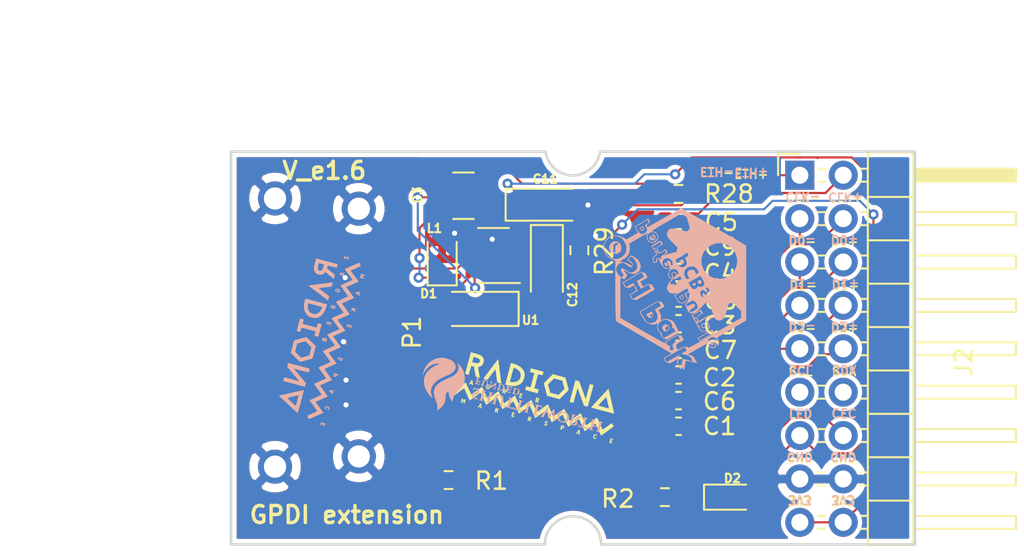
<source format=kicad_pcb>
(kicad_pcb (version 20171130) (host pcbnew 5.1.9+dfsg1-1~bpo10+1)
  (title_block (title "GPDI PMOD for ULX3S") (date 2020-09-08) (rev 1.4))
  (layers (0 F.Cu signal) (31 B.Cu signal) (34 B.Paste user) (35 F.Paste user) (36 B.SilkS user) (37 F.SilkS user) (38 B.Mask user) (39 F.Mask user) (44 Edge.Cuts user))
  (net 0 "")
  (net 1 GND)
  (net 2 +3V3)
  (net 3 +5V)
  (net 4 GPDI_D2+)
  (net 5 GPDI_D1+)
  (net 6 GPDI_D0+)
  (net 7 GPDI_CLK+)
  (net 8 GPDI_ETH+)
  (net 9 GPDI_D2-)
  (net 10 GPDI_D1-)
  (net 11 GPDI_D0-)
  (net 12 GPDI_CLK-)
  (net 13 GPDI_ETH-)
  (net 14 "Net-(D2-Pad1)")
  (net 15 LED_HDMI)
  (net 16 GPDI_CEC)
  (net 17 /D2+)
  (net 18 /D1+)
  (net 19 /D0+)
  (net 20 /CLK+)
  (net 21 /ETH+)
  (net 22 /D2-)
  (net 23 /D1-)
  (net 24 /D0-)
  (net 25 /ETH-)
  (net 26 /CEC)
  (net 27 /CLK-)
  (net 28 "Net-(D1-Pad2)")
  (module Package_TO_SOT_SMD:SOT-23-5 (layer F.Cu) (at 125.84492 72.01036 180)
    (fp_text reference U1 (at -2.17806 -3.78454) (layer F.SilkS) (effects (font (size 0.5 0.5) (thickness 0.125))))
    (fp_text value RN5RK501A)
    (pad 1 smd rect (at -1.1 -0.95 180) (size 1.06 0.65) (layers F.Cu F.Paste F.Mask) (net 15 LED_HDMI))
    (pad 2 smd rect (at -1.1 0 180) (size 1.06 0.65) (layers F.Cu F.Paste F.Mask) (net 3 +5V))
    (pad 3 smd rect (at -1.1 0.95 180) (size 1.06 0.65) (layers F.Cu F.Paste F.Mask))
    (pad 4 smd rect (at 1.1 0.95 180) (size 1.06 0.65) (layers F.Cu F.Paste F.Mask) (net 1 GND))
    (pad 5 smd rect (at 1.1 -0.95 180) (size 1.06 0.65) (layers F.Cu F.Paste F.Mask) (net 28 "Net-(D1-Pad2)"))
  )
  (module parts2:shutleworth-12mm (layer B.Cu) (at 126.86482 80.64256 345)
    (fp_text reference G*** hide)
    (fp_text value LOGO hide)
  )
  (module parts2:radiona-10mm (layer B.Cu) (at 115.78788 76.80462 255)
    (fp_text reference G*** hide)
    (fp_text value LOGO hide)
  )
  (module parts2:OSH_10x10 (layer B.Cu) (at 137.01466 73.58644 300)
    (fp_text reference G*** hide)
    (fp_text value LOGO hide)
  )
  (module parts2:radiona-10mm (layer F.Cu) (at 128.37246 80.25518 345)
    (fp_text reference G*** hide)
    (fp_text value LOGO hide)
  )
  (module Connector_PinHeader_2.54mm:PinHeader_2x09_P2.54mm_Horizontal (layer F.Cu) (at 143.764 67.31)
    (fp_text reference J2 (at 9.586 10.94 90) (layer F.SilkS))
    (fp_text value CONN)
    (pad 1 thru_hole rect (at 0 0) (size 1.7 1.7) (drill 1) (layers *.Cu *.Mask) (net 13 GPDI_ETH-))
    (pad 2 thru_hole oval (at 2.54 0) (size 1.7 1.7) (drill 1) (layers *.Cu *.Mask) (net 8 GPDI_ETH+))
    (pad 3 thru_hole oval (at 0 2.54) (size 1.7 1.7) (drill 1) (layers *.Cu *.Mask) (net 12 GPDI_CLK-))
    (pad 4 thru_hole oval (at 2.54 2.54) (size 1.7 1.7) (drill 1) (layers *.Cu *.Mask) (net 7 GPDI_CLK+))
    (pad 5 thru_hole oval (at 0 5.08) (size 1.7 1.7) (drill 1) (layers *.Cu *.Mask) (net 11 GPDI_D0-))
    (pad 6 thru_hole oval (at 2.54 5.08) (size 1.7 1.7) (drill 1) (layers *.Cu *.Mask) (net 6 GPDI_D0+))
    (pad 7 thru_hole oval (at 0 7.62) (size 1.7 1.7) (drill 1) (layers *.Cu *.Mask) (net 10 GPDI_D1-))
    (pad 8 thru_hole oval (at 2.54 7.62) (size 1.7 1.7) (drill 1) (layers *.Cu *.Mask) (net 5 GPDI_D1+))
    (pad 9 thru_hole oval (at 0 10.16) (size 1.7 1.7) (drill 1) (layers *.Cu *.Mask) (net 9 GPDI_D2-))
    (pad 10 thru_hole oval (at 2.54 10.16) (size 1.7 1.7) (drill 1) (layers *.Cu *.Mask) (net 4 GPDI_D2+))
    (pad 11 thru_hole oval (at 0 12.7) (size 1.7 1.7) (drill 1) (layers *.Cu *.Mask))
    (pad 12 thru_hole oval (at 2.54 12.7) (size 1.7 1.7) (drill 1) (layers *.Cu *.Mask))
    (pad 13 thru_hole oval (at 0 15.24) (size 1.7 1.7) (drill 1) (layers *.Cu *.Mask) (net 15 LED_HDMI))
    (pad 14 thru_hole oval (at 2.54 15.24) (size 1.7 1.7) (drill 1) (layers *.Cu *.Mask) (net 16 GPDI_CEC))
    (pad 15 thru_hole oval (at 0 17.78) (size 1.7 1.7) (drill 1) (layers *.Cu *.Mask) (net 1 GND))
    (pad 16 thru_hole oval (at 2.54 17.78) (size 1.7 1.7) (drill 1) (layers *.Cu *.Mask) (net 1 GND))
    (pad 17 thru_hole oval (at 0 20.32) (size 1.7 1.7) (drill 1) (layers *.Cu *.Mask) (net 2 +3V3))
    (pad 18 thru_hole oval (at 2.54 20.32) (size 1.7 1.7) (drill 1) (layers *.Cu *.Mask) (net 2 +3V3))
  )
  (module LED_SMD:LED_0603_1608Metric_Pad1.05x0.95mm_HandSolder (layer F.Cu) (at 139.82246 86.15518)
    (fp_text reference D2 (at 0 -1.1 180) (layer F.SilkS) (effects (font (size 0.5 0.5) (thickness 0.125))))
    (fp_text value LED)
    (pad 1 smd roundrect (at -0.875 0) (size 1.05 0.95) (layers F.Cu F.Paste F.Mask) (net 14 "Net-(D2-Pad1)"))
    (pad 2 smd roundrect (at 0.875 0) (size 1.05 0.95) (layers F.Cu F.Paste F.Mask) (net 15 LED_HDMI))
  )
  (module Diode_SMD:D_SOD-123 (layer F.Cu) (at 125.06992 75.13536 180)
    (fp_text reference D1 (at 3.01594 0.8924) (layer F.SilkS) (effects (font (size 0.5 0.5) (thickness 0.125))))
    (fp_text value MBR0520)
    (pad 1 smd rect (at -1.65 0 180) (size 0.9 1.2) (layers F.Cu F.Paste F.Mask) (net 3 +5V))
    (pad 2 smd rect (at 1.65 0 180) (size 0.9 1.2) (layers F.Cu F.Paste F.Mask) (net 28 "Net-(D1-Pad2)"))
  )
  (module Capacitor_Tantalum_SMD:CP_EIA-3216-10_Kemet-I (layer F.Cu) (at 128.86992 69.03536)
    (fp_text reference C11 (at 0 -1.5) (layer F.SilkS) (effects (font (size 0.5 0.5) (thickness 0.125))))
    (fp_text value 47uF)
    (pad 1 smd roundrect (at -1.35 0) (size 1.4 1.35) (layers F.Cu F.Paste F.Mask) (roundrect_rratio 0.1851844444444445) (net 2 +3V3))
    (pad 2 smd roundrect (at 1.35 0) (size 1.4 1.35) (layers F.Cu F.Paste F.Mask) (roundrect_rratio 0.1851844444444445) (net 1 GND))
  )
  (module Capacitor_Tantalum_SMD:CP_EIA-3216-10_Kemet-I (layer F.Cu) (at 128.96992 72.53536 270)
    (fp_text reference C12 (at 1.76982 -1.50254 90) (layer F.SilkS) (effects (font (size 0.5 0.5) (thickness 0.125))))
    (fp_text value 47uF)
    (pad 1 smd roundrect (at -1.35 0 270) (size 1.4 1.35) (layers F.Cu F.Paste F.Mask) (roundrect_rratio 0.1851844444444445) (net 3 +5V))
    (pad 2 smd roundrect (at 1.35 0 270) (size 1.4 1.35) (layers F.Cu F.Paste F.Mask) (roundrect_rratio 0.1851844444444445) (net 1 GND))
  )
  (module Diode_SMD:D_SOD-323 (layer F.Cu) (at 122.84492 72.26036 90)
    (fp_text reference D3 (at 3.78828 -1.4361 270) (layer F.SilkS) (effects (font (size 0.5 0.5) (thickness 0.125))))
    (fp_text value BZT52C3V6S-7-F)
    (pad 1 smd rect (at -1.05 0 90) (size 0.6 0.45) (layers F.Cu F.Paste F.Mask) (net 13 GPDI_ETH-))
    (pad 2 smd rect (at 1.05 0 90) (size 0.6 0.45) (layers F.Cu F.Paste F.Mask) (net 1 GND))
  )
  (module Inductor_SMD:L_1210_3225Metric (layer F.Cu) (at 124.09492 68.51036 180)
    (fp_text reference L1 (at 1.70058 -1.90736) (layer F.SilkS) (effects (font (size 0.5 0.5) (thickness 0.125))))
    (fp_text value 100u)
    (pad 1 smd roundrect (at -1.4 0 180) (size 1.25 2.65) (layers F.Cu F.Paste F.Mask) (roundrect_rratio 0.2) (net 2 +3V3))
    (pad 2 smd roundrect (at 1.4 0 180) (size 1.25 2.65) (layers F.Cu F.Paste F.Mask) (roundrect_rratio 0.2) (net 28 "Net-(D1-Pad2)"))
  )
  (module GPDI:CONN-10029449-111RLF (layer F.Cu) (at 117.96974 76.52014 270)
    (fp_text reference P1 (at 0 -3.1115 90) (layer F.SilkS))
    (fp_text value GPDI hide)
    (pad 0 thru_hole circle (at 7.85 4.9 270) (size 2 2) (drill 1.3) (layers *.Cu *.Mask) (net 1 GND))
    (pad 0 thru_hole circle (at -7.85 4.9 270) (size 2 2) (drill 1.3) (layers *.Cu *.Mask) (net 1 GND))
    (pad 0 thru_hole circle (at 7.25 0 270) (size 2 2) (drill 1.3) (layers *.Cu *.Mask) (net 1 GND))
    (pad 0 thru_hole circle (at -7.25 0 270) (size 2 2) (drill 1.3) (layers *.Cu *.Mask) (net 1 GND))
    (pad 1 smd rect (at 4.75 -1 270) (size 0.3 1.9) (layers F.Cu F.Paste F.Mask) (net 17 /D2+))
    (pad 2 smd rect (at 4.25 -1 270) (size 0.3 1.9) (layers F.Cu F.Paste F.Mask) (net 1 GND))
    (pad 3 smd rect (at 3.75 -1 270) (size 0.3 1.9) (layers F.Cu F.Paste F.Mask) (net 22 /D2-))
    (pad 4 smd rect (at 3.25 -1 270) (size 0.3 1.9) (layers F.Cu F.Paste F.Mask) (net 18 /D1+))
    (pad 5 smd rect (at 2.75 -1 270) (size 0.3 1.9) (layers F.Cu F.Paste F.Mask) (net 1 GND))
    (pad 6 smd rect (at 2.25 -1 270) (size 0.3 1.9) (layers F.Cu F.Paste F.Mask) (net 23 /D1-))
    (pad 7 smd rect (at 1.75 -1 270) (size 0.3 1.9) (layers F.Cu F.Paste F.Mask) (net 19 /D0+))
    (pad 8 smd rect (at 1.25 -1 270) (size 0.3 1.9) (layers F.Cu F.Paste F.Mask) (net 1 GND))
    (pad 9 smd rect (at 0.75 -1 270) (size 0.3 1.9) (layers F.Cu F.Paste F.Mask) (net 24 /D0-))
    (pad 10 smd rect (at 0.25 -1 270) (size 0.3 1.9) (layers F.Cu F.Paste F.Mask) (net 20 /CLK+))
    (pad 11 smd rect (at -0.25 -1 270) (size 0.3 1.9) (layers F.Cu F.Paste F.Mask) (net 1 GND))
    (pad 12 smd rect (at -0.75 -1 270) (size 0.3 1.9) (layers F.Cu F.Paste F.Mask) (net 27 /CLK-))
    (pad 13 smd rect (at -1.25 -1 270) (size 0.3 1.9) (layers F.Cu F.Paste F.Mask) (net 26 /CEC))
    (pad 14 smd rect (at -1.75 -1 270) (size 0.3 1.9) (layers F.Cu F.Paste F.Mask) (net 21 /ETH+))
    (pad 15 smd rect (at -2.25 -1 270) (size 0.3 1.9) (layers F.Cu F.Paste F.Mask))
    (pad 16 smd rect (at -2.75 -1 270) (size 0.3 1.9) (layers F.Cu F.Paste F.Mask))
    (pad 17 smd rect (at -3.25 -1 270) (size 0.3 1.9) (layers F.Cu F.Paste F.Mask) (net 1 GND))
    (pad 18 smd rect (at -3.75 -1 270) (size 0.3 1.9) (layers F.Cu F.Paste F.Mask) (net 3 +5V))
    (pad 19 smd rect (at -4.25 -1 270) (size 0.3 1.9) (layers F.Cu F.Paste F.Mask) (net 25 /ETH-))
  )
  (module Capacitor_SMD:C_0603_1608Metric (layer F.Cu) (at 136.67246 82.00518 180)
    (fp_text reference C1 (at -2.4 0) (layer F.SilkS))
    (fp_text value 22nF)
    (pad 2 smd roundrect (at 0.775 0 180) (size 0.9 0.95) (layers F.Cu F.Paste F.Mask) (net 17 /D2+))
    (pad 1 smd roundrect (at -0.775 0 180) (size 0.9 0.95) (layers F.Cu F.Paste F.Mask) (net 4 GPDI_D2+))
  )
  (module Capacitor_SMD:C_0603_1608Metric (layer F.Cu) (at 136.67246 79.00518 180)
    (fp_text reference C2 (at -2.4 -0.15) (layer F.SilkS))
    (fp_text value 22nF)
    (pad 1 smd roundrect (at -0.775 0 180) (size 0.9 0.95) (layers F.Cu F.Paste F.Mask) (net 5 GPDI_D1+))
    (pad 2 smd roundrect (at 0.775 0 180) (size 0.9 0.95) (layers F.Cu F.Paste F.Mask) (net 18 /D1+))
  )
  (module Capacitor_SMD:C_0603_1608Metric (layer F.Cu) (at 136.67246 76.00518 180)
    (fp_text reference C3 (at -2.4 -0.1) (layer F.SilkS))
    (fp_text value 22nF)
    (pad 1 smd roundrect (at -0.775 0 180) (size 0.9 0.95) (layers F.Cu F.Paste F.Mask) (net 6 GPDI_D0+))
    (pad 2 smd roundrect (at 0.775 0 180) (size 0.9 0.95) (layers F.Cu F.Paste F.Mask) (net 19 /D0+))
  )
  (module Capacitor_SMD:C_0603_1608Metric (layer F.Cu) (at 136.67246 73.00518 180)
    (fp_text reference C4 (at -2.45 -0.05) (layer F.SilkS))
    (fp_text value 22nF)
    (pad 1 smd roundrect (at -0.775 0 180) (size 0.9 0.95) (layers F.Cu F.Paste F.Mask) (net 7 GPDI_CLK+))
    (pad 2 smd roundrect (at 0.775 0 180) (size 0.9 0.95) (layers F.Cu F.Paste F.Mask) (net 20 /CLK+))
  )
  (module Capacitor_SMD:C_0603_1608Metric (layer F.Cu) (at 136.67246 69.95518 180)
    (fp_text reference C5 (at -2.5 -0.1) (layer F.SilkS))
    (fp_text value 22nF)
    (pad 2 smd roundrect (at 0.775 0 180) (size 0.9 0.95) (layers F.Cu F.Paste F.Mask) (net 21 /ETH+))
    (pad 1 smd roundrect (at -0.775 0 180) (size 0.9 0.95) (layers F.Cu F.Paste F.Mask) (net 8 GPDI_ETH+))
  )
  (module Capacitor_SMD:C_0603_1608Metric (layer F.Cu) (at 136.67246 80.50518 180)
    (fp_text reference C6 (at -2.4 -0.05) (layer F.SilkS))
    (fp_text value 22nF)
    (pad 1 smd roundrect (at -0.775 0 180) (size 0.9 0.95) (layers F.Cu F.Paste F.Mask) (net 9 GPDI_D2-))
    (pad 2 smd roundrect (at 0.775 0 180) (size 0.9 0.95) (layers F.Cu F.Paste F.Mask) (net 22 /D2-))
  )
  (module Capacitor_SMD:C_0603_1608Metric (layer F.Cu) (at 136.67246 77.50518 180)
    (fp_text reference C7 (at -2.45 -0.05) (layer F.SilkS))
    (fp_text value 22nF)
    (pad 2 smd roundrect (at 0.775 0 180) (size 0.9 0.95) (layers F.Cu F.Paste F.Mask) (net 23 /D1-))
    (pad 1 smd roundrect (at -0.775 0 180) (size 0.9 0.95) (layers F.Cu F.Paste F.Mask) (net 10 GPDI_D1-))
  )
  (module Capacitor_SMD:C_0603_1608Metric (layer F.Cu) (at 136.67246 74.50518 180)
    (fp_text reference C8 (at -2.45 -0.15) (layer F.SilkS))
    (fp_text value 22nF)
    (pad 2 smd roundrect (at 0.775 0 180) (size 0.9 0.95) (layers F.Cu F.Paste F.Mask) (net 24 /D0-))
    (pad 1 smd roundrect (at -0.775 0 180) (size 0.9 0.95) (layers F.Cu F.Paste F.Mask) (net 11 GPDI_D0-))
  )
  (module Capacitor_SMD:C_0603_1608Metric (layer F.Cu) (at 136.69746 71.50518 180)
    (fp_text reference C9 (at -2.425 0) (layer F.SilkS))
    (fp_text value 22nF)
    (pad 1 smd roundrect (at -0.775 0 180) (size 0.9 0.95) (layers F.Cu F.Paste F.Mask) (net 12 GPDI_CLK-))
    (pad 2 smd roundrect (at 0.775 0 180) (size 0.9 0.95) (layers F.Cu F.Paste F.Mask) (net 27 /CLK-))
  )
  (module Resistor_SMD:R_0603_1608Metric (layer F.Cu) (at 123.22246 85.15518)
    (fp_text reference R1 (at 2.5 0.05) (layer F.SilkS))
    (fp_text value 510)
    (pad 2 smd roundrect (at 0.825 0) (size 0.8 0.95) (layers F.Cu F.Paste F.Mask) (net 16 GPDI_CEC))
    (pad 1 smd roundrect (at -0.825 0) (size 0.8 0.95) (layers F.Cu F.Paste F.Mask) (net 26 /CEC))
  )
  (module Resistor_SMD:R_0603_1608Metric (layer F.Cu) (at 135.87246 86.15518 180)
    (fp_text reference R2 (at 2.75 -0.1) (layer F.SilkS))
    (fp_text value 4.7k)
    (pad 1 smd roundrect (at -0.825 0 180) (size 0.8 0.95) (layers F.Cu F.Paste F.Mask) (net 14 "Net-(D2-Pad1)"))
    (pad 2 smd roundrect (at 0.825 0 180) (size 0.8 0.95) (layers F.Cu F.Paste F.Mask) (net 1 GND))
  )
  (module Resistor_SMD:R_0603_1608Metric (layer F.Cu) (at 136.67246 68.40518)
    (fp_text reference R28 (at 2.95018 -0.00746) (layer F.SilkS))
    (fp_text value 510)
    (pad 2 smd roundrect (at 0.825 0) (size 0.8 0.95) (layers F.Cu F.Paste F.Mask) (net 13 GPDI_ETH-))
    (pad 1 smd roundrect (at -0.825 0) (size 0.8 0.95) (layers F.Cu F.Paste F.Mask) (net 25 /ETH-))
  )
  (module Resistor_SMD:R_0603_1608Metric (layer F.Cu) (at 130.87246 71.70518 90)
    (fp_text reference R29 (at -0.05 1.45 90) (layer F.SilkS))
    (fp_text value 4.7k hide)
    (pad 1 smd roundrect (at -0.825 0 90) (size 0.8 0.95) (layers F.Cu F.Paste F.Mask) (net 15 LED_HDMI))
    (pad 2 smd roundrect (at 0.825 0 90) (size 0.8 0.95) (layers F.Cu F.Paste F.Mask) (net 1 GND))
  )
  (gr_text " V_e1.6" (at 115.57198 67.0434) (layer F.SilkS) (effects (font (size 1 1) (thickness 0.2))))
  (gr_text "GPDI extension" (at 117.27124 87.19068) (layer F.SilkS) (effects (font (size 1 1) (thickness 0.2))))
  (gr_text 3V3 (at 143.764 86.437) (layer F.SilkS) (effects (font (size 0.5 0.5) (thickness 0.1))))
  (gr_text GND (at 143.764 83.897) (layer F.SilkS) (effects (font (size 0.5 0.5) (thickness 0.1))))
  (gr_text ETH- (at 138.92246 67.15518) (layer F.SilkS) (effects (font (size 0.5 0.5) (thickness 0.1))))
  (gr_text CLK- (at 143.965 68.617) (layer F.SilkS) (effects (font (size 0.5 0.5) (thickness 0.1))))
  (gr_text D0- (at 143.915 71.197) (layer F.SilkS) (effects (font (size 0.5 0.5) (thickness 0.1))))
  (gr_text D2- (at 143.915 76.277) (layer F.SilkS) (effects (font (size 0.5 0.5) (thickness 0.1))))
  (gr_text LED (at 143.814 81.3) (layer F.SilkS) (effects (font (size 0.5 0.5) (thickness 0.1))))
  (gr_text D1- (at 143.965 73.787) (layer F.SilkS) (effects (font (size 0.5 0.5) (thickness 0.1))))
  (gr_text SCL (at 143.814 78.807) (layer F.SilkS) (effects (font (size 0.5 0.5) (thickness 0.1))))
  (gr_text 3V3 (at 146.304 86.437) (layer F.SilkS) (effects (font (size 0.5 0.5) (thickness 0.1))))
  (gr_text ETH+ (at 140.931 67.257) (layer F.SilkS) (effects (font (size 0.5 0.5) (thickness 0.1))))
  (gr_text CEC (at 146.35 81.275) (layer F.SilkS) (effects (font (size 0.5 0.5) (thickness 0.1))))
  (gr_text SDA (at 146.354 78.807) (layer F.SilkS) (effects (font (size 0.5 0.5) (thickness 0.1))))
  (gr_text CLK+ (at 146.431 68.617) (layer F.SilkS) (effects (font (size 0.5 0.5) (thickness 0.1))))
  (gr_text GND (at 146.304 83.897) (layer F.SilkS) (effects (font (size 0.5 0.5) (thickness 0.1))))
  (gr_text D2+ (at 146.381 76.277) (layer F.SilkS) (effects (font (size 0.5 0.5) (thickness 0.1))))
  (gr_text D0+ (at 146.381 71.197) (layer F.SilkS) (effects (font (size 0.5 0.5) (thickness 0.1))))
  (gr_text D1+ (at 146.431 73.787) (layer F.SilkS) (effects (font (size 0.5 0.5) (thickness 0.1))))
  (gr_line (start 150.495 88.925) (end 132.151 88.925) (layer Edge.Cuts) (width 0.15))
  (gr_arc (start 130.5 88.925) (end 132.151 88.925) (angle -180) (layer Edge.Cuts) (width 0.15))
  (gr_line (start 128.905 65.925) (end 110.5 65.925) (layer Edge.Cuts) (width 0.15))
  (gr_arc (start 130.487549 65.725) (end 128.900098 65.925) (angle -165.6) (layer Edge.Cuts) (width 0.15))
  (gr_line (start 132.075 65.925) (end 150.495 65.925) (layer Edge.Cuts) (width 0.15))
  (gr_text CEC (at 146.354 81.225 180) (layer B.SilkS) (effects (font (size 0.5 0.5) (thickness 0.1)) (justify mirror)))
  (gr_text LED (at 143.8 81.25 180) (layer B.SilkS) (effects (font (size 0.5 0.5) (thickness 0.1)) (justify mirror)))
  (gr_text SDA (at 146.354 78.68 180) (layer B.SilkS) (effects (font (size 0.5 0.5) (thickness 0.1)) (justify mirror)))
  (gr_text SCL (at 143.814 78.68 180) (layer B.SilkS) (effects (font (size 0.5 0.5) (thickness 0.1)) (justify mirror)))
  (gr_text 3V3 (at 143.764 86.31 180) (layer B.SilkS) (effects (font (size 0.5 0.5) (thickness 0.1)) (justify mirror)))
  (gr_text 3V3 (at 146.304 86.31 180) (layer B.SilkS) (effects (font (size 0.5 0.5) (thickness 0.1)) (justify mirror)))
  (gr_line (start 128.849 88.925) (end 110.5 88.925) (layer Edge.Cuts) (width 0.15))
  (gr_text D1- (at 143.944 73.66 180) (layer B.SilkS) (effects (font (size 0.5 0.5) (thickness 0.1)) (justify mirror)))
  (gr_text D2- (at 143.894 76.15 180) (layer B.SilkS) (effects (font (size 0.5 0.5) (thickness 0.1)) (justify mirror)))
  (gr_text CLK- (at 143.944 68.59 180) (layer B.SilkS) (effects (font (size 0.5 0.5) (thickness 0.1)) (justify mirror)))
  (gr_text ETH- (at 138.92246 67.10518 180) (layer B.SilkS) (effects (font (size 0.5 0.5) (thickness 0.1)) (justify mirror)))
  (gr_text GND (at 143.764 83.77 180) (layer B.SilkS) (effects (font (size 0.5 0.5) (thickness 0.1)) (justify mirror)))
  (gr_text GND (at 146.304 83.77 180) (layer B.SilkS) (effects (font (size 0.5 0.5) (thickness 0.1)) (justify mirror)))
  (gr_text ETH+ (at 140.944 67.13 180) (layer B.SilkS) (effects (font (size 0.5 0.5) (thickness 0.1)) (justify mirror)))
  (gr_text CLK+ (at 146.444 68.59 180) (layer B.SilkS) (effects (font (size 0.5 0.5) (thickness 0.1)) (justify mirror)))
  (gr_text D2+ (at 146.394 76.15 180) (layer B.SilkS) (effects (font (size 0.5 0.5) (thickness 0.1)) (justify mirror)))
  (gr_text D1+ (at 146.444 73.66 180) (layer B.SilkS) (effects (font (size 0.5 0.5) (thickness 0.1)) (justify mirror)))
  (gr_text D0- (at 143.894 71.07 180) (layer B.SilkS) (effects (font (size 0.5 0.5) (thickness 0.1)) (justify mirror)))
  (gr_text D0+ (at 146.394 71.07 180) (layer B.SilkS) (effects (font (size 0.5 0.5) (thickness 0.1)) (justify mirror)))
  (gr_line (start 150.495 65.925) (end 150.495 88.925) (layer Edge.Cuts) (width 0.15))
  (gr_line (start 110.5 65.925) (end 110.5 88.925) (layer Edge.Cuts) (width 0.15))
  (via (at 117.07246 77.05518) (size 0.6) (drill 0.3) (layers F.Cu B.Cu) (net 1))
  (segment (start 118.96974 76.27014) (end 117.8575 76.27014) (width 0.127) (layer F.Cu) (net 1))
  (segment (start 117.8575 76.27014) (end 117.07246 77.05518) (width 0.127) (layer F.Cu) (net 1))
  (segment (start 117.78742 77.77014) (end 118.96974 77.77014) (width 0.127) (layer F.Cu) (net 1))
  (segment (start 117.07246 77.05518) (end 117.78742 77.77014) (width 0.127) (layer F.Cu) (net 1))
  (via (at 117.17246 73.30518) (size 0.6) (drill 0.3) (layers F.Cu B.Cu) (net 1))
  (segment (start 118.96974 73.27014) (end 117.2075 73.27014) (width 0.127) (layer F.Cu) (net 1))
  (segment (start 117.2075 73.27014) (end 117.17246 73.30518) (width 0.127) (layer F.Cu) (net 1))
  (via (at 117.22246 79.30518) (size 0.6) (drill 0.3) (layers F.Cu B.Cu) (net 1))
  (segment (start 118.96974 79.27014) (end 117.2575 79.27014) (width 0.127) (layer F.Cu) (net 1))
  (segment (start 117.2575 79.27014) (end 117.22246 79.30518) (width 0.127) (layer F.Cu) (net 1))
  (segment (start 118.96974 80.77014) (end 117.23742 80.77014) (width 0.127) (layer F.Cu) (net 1))
  (via (at 117.22246 80.75518) (size 0.6) (drill 0.3) (layers F.Cu B.Cu) (net 1))
  (segment (start 117.23742 80.77014) (end 117.22246 80.75518) (width 0.127) (layer F.Cu) (net 1))
  (via (at 125.77246 71.05518) (size 0.6) (drill 0.3) (layers F.Cu B.Cu) (net 1))
  (segment (start 124.74492 71.06036) (end 125.76728 71.06036) (width 0.127) (layer F.Cu) (net 1))
  (segment (start 125.76728 71.06036) (end 125.77246 71.05518) (width 0.127) (layer F.Cu) (net 1))
  (segment (start 122.84492 71.21036) (end 123.06728 71.21036) (width 0.127) (layer F.Cu) (net 1))
  (via (at 123.57246 70.70518) (size 0.6) (drill 0.3) (layers F.Cu B.Cu) (net 1))
  (segment (start 123.06728 71.21036) (end 123.57246 70.70518) (width 0.127) (layer F.Cu) (net 1))
  (via (at 131.37246 69.05518) (size 0.6) (drill 0.3) (layers F.Cu B.Cu) (net 1))
  (segment (start 130.21992 69.03536) (end 131.35264 69.03536) (width 0.127) (layer F.Cu) (net 1))
  (segment (start 131.35264 69.03536) (end 131.37246 69.05518) (width 0.127) (layer F.Cu) (net 1))
  (via (at 131.82246 70.85518) (size 0.6) (drill 0.3) (layers F.Cu B.Cu) (net 1))
  (segment (start 130.87246 70.88018) (end 131.79746 70.88018) (width 0.127) (layer F.Cu) (net 1))
  (segment (start 131.79746 70.88018) (end 131.82246 70.85518) (width 0.127) (layer F.Cu) (net 1))
  (segment (start 126.99492 68.51036) (end 127.51992 69.03536) (width 0.127) (layer F.Cu) (net 2))
  (segment (start 125.49492 68.51036) (end 126.99492 68.51036) (width 0.127) (layer F.Cu) (net 2))
  (segment (start 143.764 87.63) (end 146.304 87.63) (width 0.127) (layer F.Cu) (net 2))
  (segment (start 144.804501 66.307599) (end 144.766401 66.269499) (width 0.127) (layer F.Cu) (net 2))
  (segment (start 143.748916 66.269499) (end 143.763235 66.25518) (width 0.127) (layer F.Cu) (net 2))
  (segment (start 144.766401 66.269499) (end 143.748916 66.269499) (width 0.127) (layer F.Cu) (net 2))
  (via (at 126.67246 67.80518) (size 0.6) (drill 0.3) (layers F.Cu B.Cu) (net 2))
  (segment (start 127.51992 69.03536) (end 127.51992 68.65264) (width 0.127) (layer F.Cu) (net 2))
  (segment (start 127.51992 68.65264) (end 126.67246 67.80518) (width 0.127) (layer F.Cu) (net 2))
  (segment (start 126.67246 67.80518) (end 134.12246 67.80518) (width 0.127) (layer B.Cu) (net 2))
  (via (at 136.47246 67.25518) (size 0.6) (drill 0.3) (layers F.Cu B.Cu) (net 2))
  (segment (start 134.12246 67.80518) (end 134.67246 67.25518) (width 0.127) (layer B.Cu) (net 2))
  (segment (start 134.67246 67.25518) (end 136.47246 67.25518) (width 0.127) (layer B.Cu) (net 2))
  (segment (start 136.47246 67.25518) (end 137.458141 66.269499) (width 0.127) (layer F.Cu) (net 2))
  (segment (start 137.458141 66.269499) (end 143.748916 66.269499) (width 0.127) (layer F.Cu) (net 2))
  (segment (start 147.153999 86.780001) (end 146.304 87.63) (width 0.127) (layer F.Cu) (net 2))
  (segment (start 144.766401 66.269499) (end 146.803441 66.269499) (width 0.127) (layer F.Cu) (net 2))
  (segment (start 146.803441 66.269499) (end 148.662962 68.12902) (width 0.127) (layer F.Cu) (net 2))
  (segment (start 148.662962 68.12902) (end 148.662962 70.009191) (width 0.127) (layer F.Cu) (net 2))
  (segment (start 148.276471 85.657529) (end 147.153999 86.780001) (width 0.127) (layer F.Cu) (net 2))
  (segment (start 148.276471 82.476696) (end 148.276471 85.657529) (width 0.127) (layer F.Cu) (net 2))
  (segment (start 148.662962 70.009191) (end 148.326471 70.345682) (width 0.127) (layer F.Cu) (net 2))
  (segment (start 148.326471 70.345682) (end 148.326471 82.426696) (width 0.127) (layer F.Cu) (net 2))
  (segment (start 148.326471 82.426696) (end 148.276471 82.476696) (width 0.127) (layer F.Cu) (net 2))
  (segment (start 124.497018 72.01036) (end 126.94492 72.01036) (width 0.127) (layer F.Cu) (net 3))
  (segment (start 123.737238 72.77014) (end 124.497018 72.01036) (width 0.127) (layer F.Cu) (net 3))
  (segment (start 118.96974 72.77014) (end 123.737238 72.77014) (width 0.127) (layer F.Cu) (net 3))
  (segment (start 128.14492 72.01036) (end 128.96992 71.18536) (width 0.127) (layer F.Cu) (net 3))
  (segment (start 126.94492 72.01036) (end 128.14492 72.01036) (width 0.127) (layer F.Cu) (net 3))
  (segment (start 126.28792 72.01036) (end 126.94492 72.01036) (width 0.127) (layer F.Cu) (net 3))
  (segment (start 126.224419 72.073861) (end 126.28792 72.01036) (width 0.127) (layer F.Cu) (net 3))
  (segment (start 126.224419 74.639859) (end 126.224419 72.073861) (width 0.127) (layer F.Cu) (net 3))
  (segment (start 126.71992 75.13536) (end 126.224419 74.639859) (width 0.127) (layer F.Cu) (net 3))
  (segment (start 137.44746 82.00518) (end 138.03796 81.41468) (width 0.127) (layer F.Cu) (net 4))
  (segment (start 138.03796 81.41468) (end 138.438528 81.41468) (width 0.127) (layer F.Cu) (net 4))
  (segment (start 141.342707 78.510501) (end 144.263441 78.510501) (width 0.127) (layer F.Cu) (net 4))
  (segment (start 145.985 77.789) (end 146.304 77.47) (width 0.127) (layer F.Cu) (net 4))
  (segment (start 144.263441 78.510501) (end 144.984942 77.789) (width 0.127) (layer F.Cu) (net 4))
  (segment (start 138.438528 81.41468) (end 141.342707 78.510501) (width 0.127) (layer F.Cu) (net 4))
  (segment (start 144.984942 77.789) (end 145.985 77.789) (width 0.127) (layer F.Cu) (net 4))
  (segment (start 145.02882 76.20518) (end 145.454001 75.779999) (width 0.127) (layer F.Cu) (net 5))
  (segment (start 142.39746 76.73018) (end 142.92246 76.20518) (width 0.127) (layer F.Cu) (net 5))
  (segment (start 137.44746 79.00518) (end 139.72246 76.73018) (width 0.127) (layer F.Cu) (net 5))
  (segment (start 145.454001 75.779999) (end 146.304 74.93) (width 0.127) (layer F.Cu) (net 5))
  (segment (start 142.92246 76.20518) (end 145.02882 76.20518) (width 0.127) (layer F.Cu) (net 5))
  (segment (start 139.72246 76.73018) (end 142.39746 76.73018) (width 0.127) (layer F.Cu) (net 5))
  (segment (start 137.44746 76.00518) (end 138.03796 75.41468) (width 0.127) (layer F.Cu) (net 6))
  (segment (start 144.804501 73.889499) (end 146.304 72.39) (width 0.127) (layer F.Cu) (net 6))
  (segment (start 138.03796 75.41468) (end 141.739378 75.41468) (width 0.127) (layer F.Cu) (net 6))
  (segment (start 143.264559 73.889499) (end 144.804501 73.889499) (width 0.127) (layer F.Cu) (net 6))
  (segment (start 141.739378 75.41468) (end 143.264559 73.889499) (width 0.127) (layer F.Cu) (net 6))
  (segment (start 137.44746 73.00518) (end 138.05046 72.40218) (width 0.127) (layer F.Cu) (net 7))
  (segment (start 144.804501 71.349499) (end 146.304 69.85) (width 0.127) (layer F.Cu) (net 7))
  (segment (start 138.05046 72.40218) (end 142.211878 72.40218) (width 0.127) (layer F.Cu) (net 7))
  (segment (start 142.211878 72.40218) (end 143.264559 71.349499) (width 0.127) (layer F.Cu) (net 7))
  (segment (start 143.264559 71.349499) (end 144.804501 71.349499) (width 0.127) (layer F.Cu) (net 7))
  (segment (start 139.052139 68.350501) (end 137.44746 69.95518) (width 0.127) (layer F.Cu) (net 8))
  (segment (start 145.263499 68.350501) (end 139.052139 68.350501) (width 0.127) (layer F.Cu) (net 8))
  (segment (start 146.304 67.31) (end 145.263499 68.350501) (width 0.127) (layer F.Cu) (net 8))
  (segment (start 138.03796 81.09568) (end 137.44746 80.50518) (width 0.127) (layer F.Cu) (net 9))
  (segment (start 138.306392 81.09568) (end 138.03796 81.09568) (width 0.127) (layer F.Cu) (net 9))
  (segment (start 139.806555 79.595517) (end 138.306392 81.09568) (width 0.127) (layer F.Cu) (net 9))
  (segment (start 139.912619 79.489452) (end 139.806555 79.595517) (width 0.127) (layer F.Cu) (net 9))
  (segment (start 139.9986 79.24373) (end 139.9986 79.310909) (width 0.127) (layer F.Cu) (net 9))
  (segment (start 139.983651 79.178235) (end 139.9986 79.24373) (width 0.127) (layer F.Cu) (net 9))
  (segment (start 139.954503 79.11771) (end 139.983651 79.178235) (width 0.127) (layer F.Cu) (net 9))
  (segment (start 139.912618 79.065187) (end 139.954503 79.11771) (width 0.127) (layer F.Cu) (net 9))
  (segment (start 139.609982 78.720535) (end 139.639129 78.781061) (width 0.127) (layer F.Cu) (net 9))
  (segment (start 139.595033 78.655041) (end 139.609982 78.720535) (width 0.127) (layer F.Cu) (net 9))
  (segment (start 139.609982 78.522368) (end 139.595033 78.587862) (width 0.127) (layer F.Cu) (net 9))
  (segment (start 139.639129 78.461842) (end 139.609982 78.522368) (width 0.127) (layer F.Cu) (net 9))
  (segment (start 139.681015 78.40932) (end 139.639129 78.461842) (width 0.127) (layer F.Cu) (net 9))
  (segment (start 139.733537 78.367435) (end 139.681015 78.40932) (width 0.127) (layer F.Cu) (net 9))
  (segment (start 139.794063 78.338287) (end 139.733537 78.367435) (width 0.127) (layer F.Cu) (net 9))
  (segment (start 139.859557 78.323338) (end 139.794063 78.338287) (width 0.127) (layer F.Cu) (net 9))
  (segment (start 139.992231 78.338287) (end 139.926736 78.323338) (width 0.127) (layer F.Cu) (net 9))
  (segment (start 139.983651 79.376403) (end 139.954503 79.436929) (width 0.127) (layer F.Cu) (net 9))
  (segment (start 140.336883 78.640924) (end 140.105279 78.40932) (width 0.127) (layer F.Cu) (net 9))
  (segment (start 140.389406 78.682809) (end 140.336883 78.640924) (width 0.127) (layer F.Cu) (net 9))
  (segment (start 140.515426 78.726905) (end 140.449932 78.711956) (width 0.127) (layer F.Cu) (net 9))
  (segment (start 140.582605 78.726905) (end 140.515426 78.726905) (width 0.127) (layer F.Cu) (net 9))
  (segment (start 141.609676 77.792396) (end 141.557153 77.834281) (width 0.127) (layer F.Cu) (net 9))
  (segment (start 140.45851 77.67384) (end 140.443561 77.739334) (width 0.127) (layer F.Cu) (net 9))
  (segment (start 139.681015 78.833584) (end 139.912618 79.065187) (width 0.127) (layer F.Cu) (net 9))
  (segment (start 140.45851 77.872007) (end 140.487657 77.932533) (width 0.127) (layer F.Cu) (net 9))
  (segment (start 140.449932 78.711956) (end 140.389406 78.682809) (width 0.127) (layer F.Cu) (net 9))
  (segment (start 141.237934 77.834281) (end 141.185411 77.792396) (width 0.127) (layer F.Cu) (net 9))
  (segment (start 140.761147 78.640924) (end 140.761148 78.640924) (width 0.127) (layer F.Cu) (net 9))
  (segment (start 141.363954 77.878377) (end 141.29846 77.863428) (width 0.127) (layer F.Cu) (net 9))
  (segment (start 139.639129 78.781061) (end 139.681015 78.833584) (width 0.127) (layer F.Cu) (net 9))
  (segment (start 140.840759 77.489759) (end 140.775264 77.47481) (width 0.127) (layer F.Cu) (net 9))
  (segment (start 140.901284 77.518907) (end 140.840759 77.489759) (width 0.127) (layer F.Cu) (net 9))
  (segment (start 140.953807 77.560792) (end 140.901284 77.518907) (width 0.127) (layer F.Cu) (net 9))
  (segment (start 140.052756 78.367435) (end 139.992231 78.338287) (width 0.127) (layer F.Cu) (net 9))
  (segment (start 140.443561 77.806513) (end 140.45851 77.872007) (width 0.127) (layer F.Cu) (net 9))
  (segment (start 140.648099 78.711956) (end 140.582605 78.726905) (width 0.127) (layer F.Cu) (net 9))
  (segment (start 141.29846 77.863428) (end 141.237934 77.834281) (width 0.127) (layer F.Cu) (net 9))
  (segment (start 140.529543 77.985056) (end 140.761146 78.216659) (width 0.127) (layer F.Cu) (net 9))
  (segment (start 143.764 77.47) (end 141.932072 77.47) (width 0.127) (layer F.Cu) (net 9))
  (segment (start 140.803031 78.269182) (end 140.832179 78.329707) (width 0.127) (layer F.Cu) (net 9))
  (segment (start 141.431133 77.878377) (end 141.363954 77.878377) (width 0.127) (layer F.Cu) (net 9))
  (segment (start 140.708085 77.47481) (end 140.642591 77.489759) (width 0.127) (layer F.Cu) (net 9))
  (segment (start 139.954503 79.436929) (end 139.912619 79.489452) (width 0.127) (layer F.Cu) (net 9))
  (segment (start 141.496627 77.863428) (end 141.431133 77.878377) (width 0.127) (layer F.Cu) (net 9))
  (segment (start 141.932072 77.47) (end 141.609676 77.792396) (width 0.127) (layer F.Cu) (net 9))
  (segment (start 140.761146 78.216659) (end 140.803031 78.269182) (width 0.127) (layer F.Cu) (net 9))
  (segment (start 139.595033 78.587862) (end 139.595033 78.655041) (width 0.127) (layer F.Cu) (net 9))
  (segment (start 141.557153 77.834281) (end 141.496627 77.863428) (width 0.127) (layer F.Cu) (net 9))
  (segment (start 140.775264 77.47481) (end 140.708085 77.47481) (width 0.127) (layer F.Cu) (net 9))
  (segment (start 140.582065 77.518907) (end 140.529543 77.560792) (width 0.127) (layer F.Cu) (net 9))
  (segment (start 140.529543 77.560792) (end 140.487657 77.613314) (width 0.127) (layer F.Cu) (net 9))
  (segment (start 140.487657 77.613314) (end 140.45851 77.67384) (width 0.127) (layer F.Cu) (net 9))
  (segment (start 140.832179 78.329707) (end 140.847128 78.395202) (width 0.127) (layer F.Cu) (net 9))
  (segment (start 139.926736 78.323338) (end 139.859557 78.323338) (width 0.127) (layer F.Cu) (net 9))
  (segment (start 140.761148 78.640924) (end 140.708625 78.682809) (width 0.127) (layer F.Cu) (net 9))
  (segment (start 140.443561 77.739334) (end 140.443561 77.806513) (width 0.127) (layer F.Cu) (net 9))
  (segment (start 140.487657 77.932533) (end 140.529543 77.985056) (width 0.127) (layer F.Cu) (net 9))
  (segment (start 140.832179 78.527875) (end 140.803031 78.588401) (width 0.127) (layer F.Cu) (net 9))
  (segment (start 139.9986 79.310909) (end 139.983651 79.376403) (width 0.127) (layer F.Cu) (net 9))
  (segment (start 140.847128 78.462381) (end 140.832179 78.527875) (width 0.127) (layer F.Cu) (net 9))
  (segment (start 140.847128 78.395202) (end 140.847128 78.462381) (width 0.127) (layer F.Cu) (net 9))
  (segment (start 140.803031 78.588401) (end 140.761147 78.640924) (width 0.127) (layer F.Cu) (net 9))
  (segment (start 140.105279 78.40932) (end 140.052756 78.367435) (width 0.127) (layer F.Cu) (net 9))
  (segment (start 141.185411 77.792396) (end 140.953807 77.560792) (width 0.127) (layer F.Cu) (net 9))
  (segment (start 140.642591 77.489759) (end 140.582065 77.518907) (width 0.127) (layer F.Cu) (net 9))
  (segment (start 140.708625 78.682809) (end 140.648099 78.711956) (width 0.127) (layer F.Cu) (net 9))
  (segment (start 138.32246 77.50518) (end 137.44746 77.50518) (width 0.127) (layer F.Cu) (net 10))
  (segment (start 139.52246 76.30518) (end 138.32246 77.50518) (width 0.127) (layer F.Cu) (net 10))
  (segment (start 140.49846 76.30518) (end 139.52246 76.30518) (width 0.127) (layer F.Cu) (net 10))
  (segment (start 140.52672 76.301995) (end 140.49846 76.30518) (width 0.127) (layer F.Cu) (net 10))
  (segment (start 140.553563 76.292603) (end 140.52672 76.301995) (width 0.127) (layer F.Cu) (net 10))
  (segment (start 140.577643 76.277472) (end 140.553563 76.292603) (width 0.127) (layer F.Cu) (net 10))
  (segment (start 140.62546 75.879127) (end 140.62546 76.17818) (width 0.127) (layer F.Cu) (net 10))
  (segment (start 140.653167 75.799943) (end 140.638036 75.824023) (width 0.127) (layer F.Cu) (net 10))
  (segment (start 140.673276 75.779834) (end 140.653167 75.799943) (width 0.127) (layer F.Cu) (net 10))
  (segment (start 140.724199 75.755311) (end 140.697356 75.764703) (width 0.127) (layer F.Cu) (net 10))
  (segment (start 140.622275 76.20644) (end 140.612883 76.233283) (width 0.127) (layer F.Cu) (net 10))
  (segment (start 141.42752 76.406942) (end 141.416629 76.403131) (width 0.127) (layer F.Cu) (net 10))
  (segment (start 140.807563 75.764703) (end 140.78072 75.755311) (width 0.127) (layer F.Cu) (net 10))
  (segment (start 143.764 74.93) (end 143.49764 74.93) (width 0.127) (layer F.Cu) (net 10))
  (segment (start 140.628644 75.850866) (end 140.62546 75.879127) (width 0.127) (layer F.Cu) (net 10))
  (segment (start 141.601399 76.406942) (end 141.589934 76.408233) (width 0.127) (layer F.Cu) (net 10))
  (segment (start 141.630218 76.388833) (end 141.622059 76.396992) (width 0.127) (layer F.Cu) (net 10))
  (segment (start 140.78072 75.755311) (end 140.75246 75.752127) (width 0.127) (layer F.Cu) (net 10))
  (segment (start 141.908036 76.233283) (end 141.898644 76.20644) (width 0.127) (layer F.Cu) (net 10))
  (segment (start 141.64146 76.356707) (end 141.640168 76.368173) (width 0.127) (layer F.Cu) (net 10))
  (segment (start 141.89546 76.17818) (end 141.89546 75.879127) (width 0.127) (layer F.Cu) (net 10))
  (segment (start 141.64146 75.879127) (end 141.64146 76.356707) (width 0.127) (layer F.Cu) (net 10))
  (segment (start 141.38746 75.879127) (end 141.384275 75.850866) (width 0.127) (layer F.Cu) (net 10))
  (segment (start 141.13346 75.879127) (end 141.13346 76.356707) (width 0.127) (layer F.Cu) (net 10))
  (segment (start 140.638036 75.824023) (end 140.628644 75.850866) (width 0.127) (layer F.Cu) (net 10))
  (segment (start 141.644644 75.850866) (end 141.64146 75.879127) (width 0.127) (layer F.Cu) (net 10))
  (segment (start 141.740199 75.755311) (end 141.713356 75.764703) (width 0.127) (layer F.Cu) (net 10))
  (segment (start 141.081934 76.408233) (end 140.930986 76.408233) (width 0.127) (layer F.Cu) (net 10))
  (segment (start 141.114059 76.396992) (end 141.10429 76.403131) (width 0.127) (layer F.Cu) (net 10))
  (segment (start 142.02246 76.30518) (end 141.994199 76.301995) (width 0.127) (layer F.Cu) (net 10))
  (segment (start 141.689276 75.779834) (end 141.669167 75.799943) (width 0.127) (layer F.Cu) (net 10))
  (segment (start 141.967356 76.292603) (end 141.943276 76.277472) (width 0.127) (layer F.Cu) (net 10))
  (segment (start 140.880751 76.368173) (end 140.87946 76.356707) (width 0.127) (layer F.Cu) (net 10))
  (segment (start 141.882883 75.824023) (end 141.867752 75.799943) (width 0.127) (layer F.Cu) (net 10))
  (segment (start 141.76846 75.752127) (end 141.740199 75.755311) (width 0.127) (layer F.Cu) (net 10))
  (segment (start 140.890701 76.388833) (end 140.884562 76.379064) (width 0.127) (layer F.Cu) (net 10))
  (segment (start 141.89546 75.879127) (end 141.892275 75.850866) (width 0.127) (layer F.Cu) (net 10))
  (segment (start 140.87946 76.356707) (end 140.87946 75.879127) (width 0.127) (layer F.Cu) (net 10))
  (segment (start 141.122218 76.388833) (end 141.114059 76.396992) (width 0.127) (layer F.Cu) (net 10))
  (segment (start 141.640168 76.368173) (end 141.636357 76.379064) (width 0.127) (layer F.Cu) (net 10))
  (segment (start 143.49764 74.93) (end 142.12246 76.30518) (width 0.127) (layer F.Cu) (net 10))
  (segment (start 141.26046 75.752127) (end 141.232199 75.755311) (width 0.127) (layer F.Cu) (net 10))
  (segment (start 141.622059 76.396992) (end 141.61229 76.403131) (width 0.127) (layer F.Cu) (net 10))
  (segment (start 141.181276 75.779834) (end 141.161167 75.799943) (width 0.127) (layer F.Cu) (net 10))
  (segment (start 141.943276 76.277472) (end 141.923167 76.257363) (width 0.127) (layer F.Cu) (net 10))
  (segment (start 141.923167 76.257363) (end 141.908036 76.233283) (width 0.127) (layer F.Cu) (net 10))
  (segment (start 141.867752 75.799943) (end 141.847643 75.779834) (width 0.127) (layer F.Cu) (net 10))
  (segment (start 140.930986 76.408233) (end 140.91952 76.406942) (width 0.127) (layer F.Cu) (net 10))
  (segment (start 141.669167 75.799943) (end 141.654036 75.824023) (width 0.127) (layer F.Cu) (net 10))
  (segment (start 142.12246 76.30518) (end 142.02246 76.30518) (width 0.127) (layer F.Cu) (net 10))
  (segment (start 141.28872 75.755311) (end 141.26046 75.752127) (width 0.127) (layer F.Cu) (net 10))
  (segment (start 141.847643 75.779834) (end 141.823563 75.764703) (width 0.127) (layer F.Cu) (net 10))
  (segment (start 141.654036 75.824023) (end 141.644644 75.850866) (width 0.127) (layer F.Cu) (net 10))
  (segment (start 141.359752 75.799943) (end 141.339643 75.779834) (width 0.127) (layer F.Cu) (net 10))
  (segment (start 141.146036 75.824023) (end 141.136644 75.850866) (width 0.127) (layer F.Cu) (net 10))
  (segment (start 141.589934 76.408233) (end 141.438986 76.408233) (width 0.127) (layer F.Cu) (net 10))
  (segment (start 140.884562 76.379064) (end 140.880751 76.368173) (width 0.127) (layer F.Cu) (net 10))
  (segment (start 140.62546 76.17818) (end 140.622275 76.20644) (width 0.127) (layer F.Cu) (net 10))
  (segment (start 141.892275 75.850866) (end 141.882883 75.824023) (width 0.127) (layer F.Cu) (net 10))
  (segment (start 141.898644 76.20644) (end 141.89546 76.17818) (width 0.127) (layer F.Cu) (net 10))
  (segment (start 140.612883 76.233283) (end 140.597752 76.257363) (width 0.127) (layer F.Cu) (net 10))
  (segment (start 141.416629 76.403131) (end 141.40686 76.396992) (width 0.127) (layer F.Cu) (net 10))
  (segment (start 141.40686 76.396992) (end 141.398701 76.388833) (width 0.127) (layer F.Cu) (net 10))
  (segment (start 141.398701 76.388833) (end 141.392562 76.379064) (width 0.127) (layer F.Cu) (net 10))
  (segment (start 141.392562 76.379064) (end 141.388751 76.368173) (width 0.127) (layer F.Cu) (net 10))
  (segment (start 141.388751 76.368173) (end 141.38746 76.356707) (width 0.127) (layer F.Cu) (net 10))
  (segment (start 141.38746 76.356707) (end 141.38746 75.879127) (width 0.127) (layer F.Cu) (net 10))
  (segment (start 141.384275 75.850866) (end 141.374883 75.824023) (width 0.127) (layer F.Cu) (net 10))
  (segment (start 140.75246 75.752127) (end 140.724199 75.755311) (width 0.127) (layer F.Cu) (net 10))
  (segment (start 141.994199 76.301995) (end 141.967356 76.292603) (width 0.127) (layer F.Cu) (net 10))
  (segment (start 141.13346 76.356707) (end 141.132168 76.368173) (width 0.127) (layer F.Cu) (net 10))
  (segment (start 141.374883 75.824023) (end 141.359752 75.799943) (width 0.127) (layer F.Cu) (net 10))
  (segment (start 141.132168 76.368173) (end 141.128357 76.379064) (width 0.127) (layer F.Cu) (net 10))
  (segment (start 140.697356 75.764703) (end 140.673276 75.779834) (width 0.127) (layer F.Cu) (net 10))
  (segment (start 141.61229 76.403131) (end 141.601399 76.406942) (width 0.127) (layer F.Cu) (net 10))
  (segment (start 141.339643 75.779834) (end 141.315563 75.764703) (width 0.127) (layer F.Cu) (net 10))
  (segment (start 141.315563 75.764703) (end 141.28872 75.755311) (width 0.127) (layer F.Cu) (net 10))
  (segment (start 141.232199 75.755311) (end 141.205356 75.764703) (width 0.127) (layer F.Cu) (net 10))
  (segment (start 140.89886 76.396992) (end 140.890701 76.388833) (width 0.127) (layer F.Cu) (net 10))
  (segment (start 141.205356 75.764703) (end 141.181276 75.779834) (width 0.127) (layer F.Cu) (net 10))
  (segment (start 140.597752 76.257363) (end 140.577643 76.277472) (width 0.127) (layer F.Cu) (net 10))
  (segment (start 141.79672 75.755311) (end 141.76846 75.752127) (width 0.127) (layer F.Cu) (net 10))
  (segment (start 141.161167 75.799943) (end 141.146036 75.824023) (width 0.127) (layer F.Cu) (net 10))
  (segment (start 141.438986 76.408233) (end 141.42752 76.406942) (width 0.127) (layer F.Cu) (net 10))
  (segment (start 141.136644 75.850866) (end 141.13346 75.879127) (width 0.127) (layer F.Cu) (net 10))
  (segment (start 141.128357 76.379064) (end 141.122218 76.388833) (width 0.127) (layer F.Cu) (net 10))
  (segment (start 141.713356 75.764703) (end 141.689276 75.779834) (width 0.127) (layer F.Cu) (net 10))
  (segment (start 141.10429 76.403131) (end 141.093399 76.406942) (width 0.127) (layer F.Cu) (net 10))
  (segment (start 141.636357 76.379064) (end 141.630218 76.388833) (width 0.127) (layer F.Cu) (net 10))
  (segment (start 141.093399 76.406942) (end 141.081934 76.408233) (width 0.127) (layer F.Cu) (net 10))
  (segment (start 140.851752 75.799943) (end 140.831643 75.779834) (width 0.127) (layer F.Cu) (net 10))
  (segment (start 140.91952 76.406942) (end 140.908629 76.403131) (width 0.127) (layer F.Cu) (net 10))
  (segment (start 141.823563 75.764703) (end 141.79672 75.755311) (width 0.127) (layer F.Cu) (net 10))
  (segment (start 140.866883 75.824023) (end 140.851752 75.799943) (width 0.127) (layer F.Cu) (net 10))
  (segment (start 140.908629 76.403131) (end 140.89886 76.396992) (width 0.127) (layer F.Cu) (net 10))
  (segment (start 140.87946 75.879127) (end 140.876275 75.850866) (width 0.127) (layer F.Cu) (net 10))
  (segment (start 140.876275 75.850866) (end 140.866883 75.824023) (width 0.127) (layer F.Cu) (net 10))
  (segment (start 140.831643 75.779834) (end 140.807563 75.764703) (width 0.127) (layer F.Cu) (net 10))
  (segment (start 137.940843 74.998563) (end 137.44746 74.50518) (width 0.127) (layer F.Cu) (net 11))
  (segment (start 139.274013 75.088158) (end 139.207257 75.09568) (width 0.127) (layer F.Cu) (net 11))
  (segment (start 139.441806 74.982726) (end 139.394303 75.030229) (width 0.127) (layer F.Cu) (net 11))
  (segment (start 139.536966 74.510854) (end 139.514778 74.574263) (width 0.127) (layer F.Cu) (net 11))
  (segment (start 139.572707 74.453973) (end 139.536966 74.510854) (width 0.127) (layer F.Cu) (net 11))
  (segment (start 139.677091 74.370729) (end 139.62021 74.40647) (width 0.127) (layer F.Cu) (net 11))
  (segment (start 139.207257 75.09568) (end 138.03796 75.09568) (width 0.127) (layer F.Cu) (net 11))
  (segment (start 139.7405 74.348541) (end 139.677091 74.370729) (width 0.127) (layer F.Cu) (net 11))
  (segment (start 139.807257 74.34102) (end 139.7405 74.348541) (width 0.127) (layer F.Cu) (net 11))
  (segment (start 139.874013 74.348541) (end 139.807257 74.34102) (width 0.127) (layer F.Cu) (net 11))
  (segment (start 139.937422 74.370729) (end 139.874013 74.348541) (width 0.127) (layer F.Cu) (net 11))
  (segment (start 139.994303 74.40647) (end 139.937422 74.370729) (width 0.127) (layer F.Cu) (net 11))
  (segment (start 140.077547 74.510854) (end 140.041806 74.453973) (width 0.127) (layer F.Cu) (net 11))
  (segment (start 140.099735 74.574263) (end 140.077547 74.510854) (width 0.127) (layer F.Cu) (net 11))
  (segment (start 140.107257 74.64102) (end 140.099735 74.574263) (width 0.127) (layer F.Cu) (net 11))
  (segment (start 140.041806 74.453973) (end 139.994303 74.40647) (width 0.127) (layer F.Cu) (net 11))
  (segment (start 140.107257 74.79568) (end 140.107257 74.64102) (width 0.127) (layer F.Cu) (net 11))
  (segment (start 139.337422 75.06597) (end 139.274013 75.088158) (width 0.127) (layer F.Cu) (net 11))
  (segment (start 140.22021 75.030229) (end 140.172707 74.982726) (width 0.127) (layer F.Cu) (net 11))
  (segment (start 139.507257 74.79568) (end 139.499735 74.862436) (width 0.127) (layer F.Cu) (net 11))
  (segment (start 139.507257 74.64102) (end 139.507257 74.79568) (width 0.127) (layer F.Cu) (net 11))
  (segment (start 140.114778 74.862436) (end 140.107257 74.79568) (width 0.127) (layer F.Cu) (net 11))
  (segment (start 141.194303 74.40647) (end 141.137422 74.370729) (width 0.127) (layer F.Cu) (net 11))
  (segment (start 140.3405 75.088158) (end 140.277091 75.06597) (width 0.127) (layer F.Cu) (net 11))
  (segment (start 140.172707 74.982726) (end 140.136966 74.925845) (width 0.127) (layer F.Cu) (net 11))
  (segment (start 141.277547 74.510854) (end 141.241806 74.453973) (width 0.127) (layer F.Cu) (net 11))
  (segment (start 141.299735 74.574263) (end 141.277547 74.510854) (width 0.127) (layer F.Cu) (net 11))
  (segment (start 141.42021 75.030229) (end 141.372707 74.982726) (width 0.127) (layer F.Cu) (net 11))
  (segment (start 140.82021 74.40647) (end 140.772707 74.453973) (width 0.127) (layer F.Cu) (net 11))
  (segment (start 141.336966 74.925845) (end 141.314778 74.862436) (width 0.127) (layer F.Cu) (net 11))
  (segment (start 140.677547 74.925845) (end 140.641806 74.982726) (width 0.127) (layer F.Cu) (net 11))
  (segment (start 139.477547 74.925845) (end 139.441806 74.982726) (width 0.127) (layer F.Cu) (net 11))
  (segment (start 140.136966 74.925845) (end 140.114778 74.862436) (width 0.127) (layer F.Cu) (net 11))
  (segment (start 141.241806 74.453973) (end 141.194303 74.40647) (width 0.127) (layer F.Cu) (net 11))
  (segment (start 141.307257 74.79568) (end 141.307257 74.64102) (width 0.127) (layer F.Cu) (net 11))
  (segment (start 140.474013 75.088158) (end 140.407257 75.09568) (width 0.127) (layer F.Cu) (net 11))
  (segment (start 140.877091 74.370729) (end 140.82021 74.40647) (width 0.127) (layer F.Cu) (net 11))
  (segment (start 143.764 72.39) (end 143.764 73.570508) (width 0.127) (layer F.Cu) (net 11))
  (segment (start 138.03796 75.09568) (end 137.940843 74.998563) (width 0.127) (layer F.Cu) (net 11))
  (segment (start 143.132429 73.570508) (end 141.607257 75.09568) (width 0.127) (layer F.Cu) (net 11))
  (segment (start 140.699735 74.862436) (end 140.677547 74.925845) (width 0.127) (layer F.Cu) (net 11))
  (segment (start 141.372707 74.982726) (end 141.336966 74.925845) (width 0.127) (layer F.Cu) (net 11))
  (segment (start 140.277091 75.06597) (end 140.22021 75.030229) (width 0.127) (layer F.Cu) (net 11))
  (segment (start 143.764 73.570508) (end 143.132429 73.570508) (width 0.127) (layer F.Cu) (net 11))
  (segment (start 141.607257 75.09568) (end 141.5405 75.088158) (width 0.127) (layer F.Cu) (net 11))
  (segment (start 140.594303 75.030229) (end 140.537422 75.06597) (width 0.127) (layer F.Cu) (net 11))
  (segment (start 141.5405 75.088158) (end 141.477091 75.06597) (width 0.127) (layer F.Cu) (net 11))
  (segment (start 139.62021 74.40647) (end 139.572707 74.453973) (width 0.127) (layer F.Cu) (net 11))
  (segment (start 140.707257 74.79568) (end 140.699735 74.862436) (width 0.127) (layer F.Cu) (net 11))
  (segment (start 141.477091 75.06597) (end 141.42021 75.030229) (width 0.127) (layer F.Cu) (net 11))
  (segment (start 140.772707 74.453973) (end 140.736966 74.510854) (width 0.127) (layer F.Cu) (net 11))
  (segment (start 139.499735 74.862436) (end 139.477547 74.925845) (width 0.127) (layer F.Cu) (net 11))
  (segment (start 141.137422 74.370729) (end 141.074013 74.348541) (width 0.127) (layer F.Cu) (net 11))
  (segment (start 140.407257 75.09568) (end 140.3405 75.088158) (width 0.127) (layer F.Cu) (net 11))
  (segment (start 141.307257 74.64102) (end 141.299735 74.574263) (width 0.127) (layer F.Cu) (net 11))
  (segment (start 141.074013 74.348541) (end 141.007257 74.34102) (width 0.127) (layer F.Cu) (net 11))
  (segment (start 141.007257 74.34102) (end 140.9405 74.348541) (width 0.127) (layer F.Cu) (net 11))
  (segment (start 139.394303 75.030229) (end 139.337422 75.06597) (width 0.127) (layer F.Cu) (net 11))
  (segment (start 141.314778 74.862436) (end 141.307257 74.79568) (width 0.127) (layer F.Cu) (net 11))
  (segment (start 140.9405 74.348541) (end 140.877091 74.370729) (width 0.127) (layer F.Cu) (net 11))
  (segment (start 140.736966 74.510854) (end 140.714778 74.574263) (width 0.127) (layer F.Cu) (net 11))
  (segment (start 140.714778 74.574263) (end 140.707257 74.64102) (width 0.127) (layer F.Cu) (net 11))
  (segment (start 140.707257 74.64102) (end 140.707257 74.79568) (width 0.127) (layer F.Cu) (net 11))
  (segment (start 139.514778 74.574263) (end 139.507257 74.64102) (width 0.127) (layer F.Cu) (net 11))
  (segment (start 140.641806 74.982726) (end 140.594303 75.030229) (width 0.127) (layer F.Cu) (net 11))
  (segment (start 140.537422 75.06597) (end 140.474013 75.088158) (width 0.127) (layer F.Cu) (net 11))
  (segment (start 138.05046 72.08318) (end 137.523081 71.555801) (width 0.127) (layer F.Cu) (net 12))
  (segment (start 139.55046 72.08318) (end 138.05046 72.08318) (width 0.127) (layer F.Cu) (net 12))
  (segment (start 139.617216 72.075658) (end 139.55046 72.08318) (width 0.127) (layer F.Cu) (net 12))
  (segment (start 139.85046 71.78318) (end 139.842938 71.849936) (width 0.127) (layer F.Cu) (net 12))
  (segment (start 139.82075 71.913345) (end 139.785009 71.970226) (width 0.127) (layer F.Cu) (net 12))
  (segment (start 139.85046 71.619681) (end 139.85046 71.78318) (width 0.127) (layer F.Cu) (net 12))
  (segment (start 139.857981 71.552924) (end 139.85046 71.619681) (width 0.127) (layer F.Cu) (net 12))
  (segment (start 139.880169 71.489515) (end 139.857981 71.552924) (width 0.127) (layer F.Cu) (net 12))
  (segment (start 139.91591 71.432634) (end 139.880169 71.489515) (width 0.127) (layer F.Cu) (net 12))
  (segment (start 140.217216 71.327202) (end 140.15046 71.319681) (width 0.127) (layer F.Cu) (net 12))
  (segment (start 140.337506 71.385131) (end 140.280625 71.34939) (width 0.127) (layer F.Cu) (net 12))
  (segment (start 140.385009 71.432634) (end 140.337506 71.385131) (width 0.127) (layer F.Cu) (net 12))
  (segment (start 140.45046 71.78318) (end 140.45046 71.619681) (width 0.127) (layer F.Cu) (net 12))
  (segment (start 140.457981 71.849936) (end 140.45046 71.78318) (width 0.127) (layer F.Cu) (net 12))
  (segment (start 140.42075 71.489515) (end 140.385009 71.432634) (width 0.127) (layer F.Cu) (net 12))
  (segment (start 140.480169 71.913345) (end 140.457981 71.849936) (width 0.127) (layer F.Cu) (net 12))
  (segment (start 140.45046 71.619681) (end 140.442938 71.552924) (width 0.127) (layer F.Cu) (net 12))
  (segment (start 140.51591 71.970226) (end 140.480169 71.913345) (width 0.127) (layer F.Cu) (net 12))
  (segment (start 140.620294 72.05347) (end 140.563413 72.017729) (width 0.127) (layer F.Cu) (net 12))
  (segment (start 141.65046 71.619681) (end 141.642938 71.552924) (width 0.127) (layer F.Cu) (net 12))
  (segment (start 141.657981 71.849936) (end 141.65046 71.78318) (width 0.127) (layer F.Cu) (net 12))
  (segment (start 141.71591 71.970226) (end 141.680169 71.913345) (width 0.127) (layer F.Cu) (net 12))
  (segment (start 140.442938 71.552924) (end 140.42075 71.489515) (width 0.127) (layer F.Cu) (net 12))
  (segment (start 140.880625 72.05347) (end 140.817216 72.075658) (width 0.127) (layer F.Cu) (net 12))
  (segment (start 139.963413 71.385131) (end 139.91591 71.432634) (width 0.127) (layer F.Cu) (net 12))
  (segment (start 141.642938 71.552924) (end 141.62075 71.489515) (width 0.127) (layer F.Cu) (net 12))
  (segment (start 139.680625 72.05347) (end 139.617216 72.075658) (width 0.127) (layer F.Cu) (net 12))
  (segment (start 141.763413 72.017729) (end 141.71591 71.970226) (width 0.127) (layer F.Cu) (net 12))
  (segment (start 141.220294 71.34939) (end 141.163413 71.385131) (width 0.127) (layer F.Cu) (net 12))
  (segment (start 139.737506 72.017729) (end 139.680625 72.05347) (width 0.127) (layer F.Cu) (net 12))
  (segment (start 139.842938 71.849936) (end 139.82075 71.913345) (width 0.127) (layer F.Cu) (net 12))
  (segment (start 141.65046 71.78318) (end 141.65046 71.619681) (width 0.127) (layer F.Cu) (net 12))
  (segment (start 143.764 69.85) (end 143.764 71.030508) (width 0.127) (layer F.Cu) (net 12))
  (segment (start 140.75046 72.08318) (end 140.683703 72.075658) (width 0.127) (layer F.Cu) (net 12))
  (segment (start 143.764 71.030508) (end 143.132429 71.030508) (width 0.127) (layer F.Cu) (net 12))
  (segment (start 141.62075 71.489515) (end 141.585009 71.432634) (width 0.127) (layer F.Cu) (net 12))
  (segment (start 141.283703 71.327202) (end 141.220294 71.34939) (width 0.127) (layer F.Cu) (net 12))
  (segment (start 142.079757 72.08318) (end 141.95046 72.08318) (width 0.127) (layer F.Cu) (net 12))
  (segment (start 141.820294 72.05347) (end 141.763413 72.017729) (width 0.127) (layer F.Cu) (net 12))
  (segment (start 141.680169 71.913345) (end 141.657981 71.849936) (width 0.127) (layer F.Cu) (net 12))
  (segment (start 140.15046 71.319681) (end 140.083703 71.327202) (width 0.127) (layer F.Cu) (net 12))
  (segment (start 141.537506 71.385131) (end 141.480625 71.34939) (width 0.127) (layer F.Cu) (net 12))
  (segment (start 143.132429 71.030508) (end 142.079757 72.08318) (width 0.127) (layer F.Cu) (net 12))
  (segment (start 141.05046 71.619681) (end 141.05046 71.78318) (width 0.127) (layer F.Cu) (net 12))
  (segment (start 141.585009 71.432634) (end 141.537506 71.385131) (width 0.127) (layer F.Cu) (net 12))
  (segment (start 141.95046 72.08318) (end 141.883703 72.075658) (width 0.127) (layer F.Cu) (net 12))
  (segment (start 141.883703 72.075658) (end 141.820294 72.05347) (width 0.127) (layer F.Cu) (net 12))
  (segment (start 139.785009 71.970226) (end 139.737506 72.017729) (width 0.127) (layer F.Cu) (net 12))
  (segment (start 141.417216 71.327202) (end 141.35046 71.319681) (width 0.127) (layer F.Cu) (net 12))
  (segment (start 140.937506 72.017729) (end 140.880625 72.05347) (width 0.127) (layer F.Cu) (net 12))
  (segment (start 140.563413 72.017729) (end 140.51591 71.970226) (width 0.127) (layer F.Cu) (net 12))
  (segment (start 141.35046 71.319681) (end 141.283703 71.327202) (width 0.127) (layer F.Cu) (net 12))
  (segment (start 141.163413 71.385131) (end 141.11591 71.432634) (width 0.127) (layer F.Cu) (net 12))
  (segment (start 141.11591 71.432634) (end 141.080169 71.489515) (width 0.127) (layer F.Cu) (net 12))
  (segment (start 141.080169 71.489515) (end 141.057981 71.552924) (width 0.127) (layer F.Cu) (net 12))
  (segment (start 140.280625 71.34939) (end 140.217216 71.327202) (width 0.127) (layer F.Cu) (net 12))
  (segment (start 141.057981 71.552924) (end 141.05046 71.619681) (width 0.127) (layer F.Cu) (net 12))
  (segment (start 140.020294 71.34939) (end 139.963413 71.385131) (width 0.127) (layer F.Cu) (net 12))
  (segment (start 141.05046 71.78318) (end 141.042938 71.849936) (width 0.127) (layer F.Cu) (net 12))
  (segment (start 141.042938 71.849936) (end 141.02075 71.913345) (width 0.127) (layer F.Cu) (net 12))
  (segment (start 137.523081 71.555801) (end 137.47246 71.50518) (width 0.127) (layer F.Cu) (net 12))
  (segment (start 141.02075 71.913345) (end 140.985009 71.970226) (width 0.127) (layer F.Cu) (net 12))
  (segment (start 141.480625 71.34939) (end 141.417216 71.327202) (width 0.127) (layer F.Cu) (net 12))
  (segment (start 140.985009 71.970226) (end 140.937506 72.017729) (width 0.127) (layer F.Cu) (net 12))
  (segment (start 140.083703 71.327202) (end 140.020294 71.34939) (width 0.127) (layer F.Cu) (net 12))
  (segment (start 140.817216 72.075658) (end 140.75046 72.08318) (width 0.127) (layer F.Cu) (net 12))
  (segment (start 140.683703 72.075658) (end 140.620294 72.05347) (width 0.127) (layer F.Cu) (net 12))
  (segment (start 143.299 67.775) (end 143.764 67.31) (width 0.127) (layer F.Cu) (net 13))
  (segment (start 138.59264 67.31) (end 143.764 67.31) (width 0.127) (layer F.Cu) (net 13))
  (segment (start 137.49746 68.40518) (end 138.59264 67.31) (width 0.127) (layer F.Cu) (net 13))
  (segment (start 136.83195 69.07069) (end 133.10695 69.07069) (width 0.127) (layer F.Cu) (net 13))
  (segment (start 137.49746 68.40518) (end 136.83195 69.07069) (width 0.127) (layer F.Cu) (net 13))
  (segment (start 133.10695 69.07069) (end 132.02246 70.15518) (width 0.127) (layer F.Cu) (net 13))
  (segment (start 132.02246 70.15518) (end 121.77246 70.15518) (width 0.127) (layer F.Cu) (net 13))
  (segment (start 121.77246 70.15518) (end 121.52246 70.40518) (width 0.127) (layer F.Cu) (net 13))
  (via (at 121.52246 72.15518) (size 0.6) (drill 0.3) (layers F.Cu B.Cu) (net 13))
  (segment (start 121.52246 70.40518) (end 121.52246 72.15518) (width 0.127) (layer F.Cu) (net 13))
  (via (at 121.47246 73.30518) (size 0.6) (drill 0.3) (layers F.Cu B.Cu) (net 13))
  (segment (start 121.52246 72.15518) (end 121.52246 73.25518) (width 0.127) (layer B.Cu) (net 13))
  (segment (start 121.52246 73.25518) (end 121.47246 73.30518) (width 0.127) (layer B.Cu) (net 13))
  (segment (start 122.83974 73.30518) (end 122.84492 73.31036) (width 0.127) (layer F.Cu) (net 13))
  (segment (start 121.47246 73.30518) (end 122.83974 73.30518) (width 0.127) (layer F.Cu) (net 13))
  (segment (start 136.69746 86.15518) (end 138.94746 86.15518) (width 0.127) (layer F.Cu) (net 14))
  (segment (start 140.69746 85.61654) (end 143.764 82.55) (width 0.127) (layer F.Cu) (net 15))
  (segment (start 140.69746 86.15518) (end 140.69746 85.61654) (width 0.127) (layer F.Cu) (net 15))
  (segment (start 144.804501 83.590501) (end 146.803441 83.590501) (width 0.127) (layer F.Cu) (net 15))
  (segment (start 146.803441 83.590501) (end 148.07246 82.321482) (width 0.127) (layer F.Cu) (net 15))
  (segment (start 143.764 82.55) (end 144.804501 83.590501) (width 0.127) (layer F.Cu) (net 15))
  (segment (start 148.07246 82.321482) (end 148.07246 70.078518) (width 0.127) (layer F.Cu) (net 15))
  (segment (start 148.07246 70.078518) (end 148.07246 69.60518) (width 0.127) (layer F.Cu) (net 15))
  (via (at 148.07246 69.60518) (size 0.6) (drill 0.3) (layers F.Cu B.Cu) (net 15))
  (segment (start 147.276779 68.809499) (end 142.168141 68.809499) (width 0.127) (layer B.Cu) (net 15))
  (segment (start 148.07246 69.60518) (end 147.276779 68.809499) (width 0.127) (layer B.Cu) (net 15))
  (segment (start 142.168141 68.809499) (end 141.67246 69.30518) (width 0.127) (layer B.Cu) (net 15))
  (via (at 133.37246 70.20518) (size 0.6) (drill 0.3) (layers F.Cu B.Cu) (net 15))
  (segment (start 141.67246 69.30518) (end 134.27246 69.30518) (width 0.127) (layer B.Cu) (net 15))
  (segment (start 134.27246 69.30518) (end 133.37246 70.20518) (width 0.127) (layer B.Cu) (net 15))
  (segment (start 131.04746 72.53018) (end 130.87246 72.53018) (width 0.127) (layer F.Cu) (net 15))
  (segment (start 133.37246 70.20518) (end 131.04746 72.53018) (width 0.127) (layer F.Cu) (net 15))
  (segment (start 130.44228 72.96036) (end 130.87246 72.53018) (width 0.127) (layer F.Cu) (net 15))
  (segment (start 126.94492 72.96036) (end 130.44228 72.96036) (width 0.127) (layer F.Cu) (net 15))
  (segment (start 145.263499 81.509499) (end 146.304 82.55) (width 0.127) (layer F.Cu) (net 16))
  (segment (start 143.264559 81.509499) (end 145.263499 81.509499) (width 0.127) (layer F.Cu) (net 16))
  (segment (start 139.618878 85.15518) (end 143.264559 81.509499) (width 0.127) (layer F.Cu) (net 16))
  (segment (start 124.04746 85.15518) (end 139.618878 85.15518) (width 0.127) (layer F.Cu) (net 16))
  (segment (start 119.929239 81.110641) (end 119.76974 81.27014) (width 0.127) (layer F.Cu) (net 17))
  (segment (start 120.072141 81.110641) (end 119.929239 81.110641) (width 0.127) (layer F.Cu) (net 17))
  (segment (start 120.321352 80.92964) (end 120.253142 80.92964) (width 0.127) (layer F.Cu) (net 17))
  (segment (start 123.306392 83.91468) (end 120.321352 80.92964) (width 0.127) (layer F.Cu) (net 17))
  (segment (start 125.83196 83.91468) (end 123.306392 83.91468) (width 0.127) (layer F.Cu) (net 17))
  (segment (start 125.86188 83.93854) (end 125.85961 83.932054) (width 0.127) (layer F.Cu) (net 17))
  (segment (start 125.855954 83.926235) (end 125.851094 83.921375) (width 0.127) (layer F.Cu) (net 17))
  (segment (start 125.86265 84.125076) (end 125.86265 83.94537) (width 0.127) (layer F.Cu) (net 17))
  (segment (start 125.986703 84.382677) (end 125.934532 84.330506) (width 0.127) (layer F.Cu) (net 17))
  (segment (start 126.118816 84.446299) (end 126.049176 84.42193) (width 0.127) (layer F.Cu) (net 17))
  (segment (start 126.899123 84.42193) (end 126.829483 84.446299) (width 0.127) (layer F.Cu) (net 17))
  (segment (start 120.253142 80.92964) (end 120.072141 81.110641) (width 0.127) (layer F.Cu) (net 17))
  (segment (start 127.05302 84.268033) (end 127.013767 84.330506) (width 0.127) (layer F.Cu) (net 17))
  (segment (start 127.077389 84.198393) (end 127.05302 84.268033) (width 0.127) (layer F.Cu) (net 17))
  (segment (start 127.08565 84.125076) (end 127.077389 84.198393) (width 0.127) (layer F.Cu) (net 17))
  (segment (start 127.09546 83.40549) (end 127.09546 83.75518) (width 0.127) (layer F.Cu) (net 17))
  (segment (start 125.85961 83.932054) (end 125.855954 83.926235) (width 0.127) (layer F.Cu) (net 17))
  (segment (start 127.096229 83.398661) (end 127.09546 83.40549) (width 0.127) (layer F.Cu) (net 17))
  (segment (start 127.098499 83.392175) (end 127.096229 83.398661) (width 0.127) (layer F.Cu) (net 17))
  (segment (start 127.107015 83.381496) (end 127.102155 83.386356) (width 0.127) (layer F.Cu) (net 17))
  (segment (start 127.112834 83.37784) (end 127.107015 83.381496) (width 0.127) (layer F.Cu) (net 17))
  (segment (start 125.86265 83.94537) (end 125.86188 83.93854) (width 0.127) (layer F.Cu) (net 17))
  (segment (start 127.11932 83.37557) (end 127.112834 83.37784) (width 0.127) (layer F.Cu) (net 17))
  (segment (start 127.12615 83.3748) (end 127.11932 83.37557) (width 0.127) (layer F.Cu) (net 17))
  (segment (start 127.64977 83.3748) (end 127.12615 83.3748) (width 0.127) (layer F.Cu) (net 17))
  (segment (start 127.656599 83.37557) (end 127.64977 83.3748) (width 0.127) (layer F.Cu) (net 17))
  (segment (start 127.08565 83.75518) (end 127.08565 84.125076) (width 0.127) (layer F.Cu) (net 17))
  (segment (start 127.668904 83.381496) (end 127.663085 83.37784) (width 0.127) (layer F.Cu) (net 17))
  (segment (start 127.673764 83.386356) (end 127.668904 83.381496) (width 0.127) (layer F.Cu) (net 17))
  (segment (start 127.68046 84.125076) (end 127.68046 83.40549) (width 0.127) (layer F.Cu) (net 17))
  (segment (start 127.713089 84.268033) (end 127.68872 84.198393) (width 0.127) (layer F.Cu) (net 17))
  (segment (start 127.804513 84.382677) (end 127.752342 84.330506) (width 0.127) (layer F.Cu) (net 17))
  (segment (start 126.049176 84.42193) (end 125.986703 84.382677) (width 0.127) (layer F.Cu) (net 17))
  (segment (start 127.936626 84.446299) (end 127.866986 84.42193) (width 0.127) (layer F.Cu) (net 17))
  (segment (start 128.009943 84.45456) (end 127.936626 84.446299) (width 0.127) (layer F.Cu) (net 17))
  (segment (start 128.647293 84.446299) (end 128.573976 84.45456) (width 0.127) (layer F.Cu) (net 17))
  (segment (start 128.716933 84.42193) (end 128.647293 84.446299) (width 0.127) (layer F.Cu) (net 17))
  (segment (start 128.779406 84.382677) (end 128.716933 84.42193) (width 0.127) (layer F.Cu) (net 17))
  (segment (start 134.054818 82.876726) (end 133.999791 82.889286) (width 0.127) (layer F.Cu) (net 17))
  (segment (start 125.934532 84.330506) (end 125.895279 84.268033) (width 0.127) (layer F.Cu) (net 17))
  (segment (start 134.166285 82.889285) (end 134.111258 82.876727) (width 0.127) (layer F.Cu) (net 17))
  (segment (start 134.61329 82.374694) (end 134.625848 82.429721) (width 0.127) (layer F.Cu) (net 17))
  (segment (start 128.910155 83.386356) (end 128.906499 83.392175) (width 0.127) (layer F.Cu) (net 17))
  (segment (start 127.102155 83.386356) (end 127.098499 83.392175) (width 0.127) (layer F.Cu) (net 17))
  (segment (start 132.939095 83.91468) (end 130.74215 83.91468) (width 0.127) (layer F.Cu) (net 17))
  (segment (start 129.560342 84.330506) (end 129.521089 84.268033) (width 0.127) (layer F.Cu) (net 17))
  (segment (start 134.217136 82.913775) (end 134.166285 82.889285) (width 0.127) (layer F.Cu) (net 17))
  (segment (start 134.111258 82.876727) (end 134.054818 82.876726) (width 0.127) (layer F.Cu) (net 17))
  (segment (start 134.261264 82.948964) (end 134.217136 82.913775) (width 0.127) (layer F.Cu) (net 17))
  (segment (start 126.961596 84.382677) (end 126.899123 84.42193) (width 0.127) (layer F.Cu) (net 17))
  (segment (start 127.752342 84.330506) (end 127.713089 84.268033) (width 0.127) (layer F.Cu) (net 17))
  (segment (start 128.87083 84.268033) (end 128.831577 84.330506) (width 0.127) (layer F.Cu) (net 17))
  (segment (start 127.67969 83.398661) (end 127.67742 83.392175) (width 0.127) (layer F.Cu) (net 17))
  (segment (start 134.305391 82.984156) (end 134.261264 82.948964) (width 0.127) (layer F.Cu) (net 17))
  (segment (start 133.999791 82.889286) (end 133.94894 82.913775) (width 0.127) (layer F.Cu) (net 17))
  (segment (start 125.895279 84.268033) (end 125.87091 84.198393) (width 0.127) (layer F.Cu) (net 17))
  (segment (start 130.718155 83.926235) (end 130.714499 83.932054) (width 0.127) (layer F.Cu) (net 17))
  (segment (start 134.411269 83.021203) (end 134.356242 83.008645) (width 0.127) (layer F.Cu) (net 17))
  (segment (start 134.745208 82.786172) (end 134.720719 82.837023) (width 0.127) (layer F.Cu) (net 17))
  (segment (start 130.67883 84.268033) (end 130.639577 84.330506) (width 0.127) (layer F.Cu) (net 17))
  (segment (start 134.522736 83.008644) (end 134.467711 83.021203) (width 0.127) (layer F.Cu) (net 17))
  (segment (start 134.573587 82.984156) (end 134.522736 83.008644) (width 0.127) (layer F.Cu) (net 17))
  (segment (start 134.617716 82.948964) (end 134.573587 82.984156) (width 0.127) (layer F.Cu) (net 17))
  (segment (start 119.76974 81.27014) (end 118.96974 81.27014) (width 0.127) (layer F.Cu) (net 17))
  (segment (start 133.589515 83.26426) (end 132.939095 83.91468) (width 0.127) (layer F.Cu) (net 17))
  (segment (start 130.455293 84.446299) (end 130.381976 84.45456) (width 0.127) (layer F.Cu) (net 17))
  (segment (start 126.829483 84.446299) (end 126.756166 84.45456) (width 0.127) (layer F.Cu) (net 17))
  (segment (start 134.685527 82.881152) (end 134.617716 82.948964) (width 0.127) (layer F.Cu) (net 17))
  (segment (start 130.71146 83.94537) (end 130.71146 84.125076) (width 0.127) (layer F.Cu) (net 17))
  (segment (start 134.625849 82.263227) (end 134.613289 82.318254) (width 0.127) (layer F.Cu) (net 17))
  (segment (start 125.87091 84.198393) (end 125.86265 84.125076) (width 0.127) (layer F.Cu) (net 17))
  (segment (start 134.685527 82.168248) (end 134.650337 82.212376) (width 0.127) (layer F.Cu) (net 17))
  (segment (start 134.613289 82.318254) (end 134.61329 82.374694) (width 0.127) (layer F.Cu) (net 17))
  (segment (start 134.625848 82.429721) (end 134.650337 82.480572) (width 0.127) (layer F.Cu) (net 17))
  (segment (start 126.756166 84.45456) (end 126.192133 84.45456) (width 0.127) (layer F.Cu) (net 17))
  (segment (start 134.650337 82.480572) (end 134.685527 82.5247) (width 0.127) (layer F.Cu) (net 17))
  (segment (start 133.94894 82.913775) (end 133.904812 82.948965) (width 0.127) (layer F.Cu) (net 17))
  (segment (start 127.68046 83.40549) (end 127.67969 83.398661) (width 0.127) (layer F.Cu) (net 17))
  (segment (start 134.685527 82.5247) (end 134.720719 82.568827) (width 0.127) (layer F.Cu) (net 17))
  (segment (start 134.757766 82.731147) (end 134.745208 82.786172) (width 0.127) (layer F.Cu) (net 17))
  (segment (start 125.838789 83.915449) (end 125.83196 83.91468) (width 0.127) (layer F.Cu) (net 17))
  (segment (start 126.192133 84.45456) (end 126.118816 84.446299) (width 0.127) (layer F.Cu) (net 17))
  (segment (start 134.848595 82.00518) (end 134.685527 82.168248) (width 0.127) (layer F.Cu) (net 17))
  (segment (start 127.013767 84.330506) (end 126.961596 84.382677) (width 0.127) (layer F.Cu) (net 17))
  (segment (start 134.720719 82.568827) (end 134.745207 82.61968) (width 0.127) (layer F.Cu) (net 17))
  (segment (start 134.757767 82.674705) (end 134.757766 82.731147) (width 0.127) (layer F.Cu) (net 17))
  (segment (start 134.356242 83.008645) (end 134.305391 82.984156) (width 0.127) (layer F.Cu) (net 17))
  (segment (start 129.49672 84.198393) (end 129.48846 84.125076) (width 0.127) (layer F.Cu) (net 17))
  (segment (start 129.48769 83.398661) (end 129.48542 83.392175) (width 0.127) (layer F.Cu) (net 17))
  (segment (start 134.745207 82.61968) (end 134.757767 82.674705) (width 0.127) (layer F.Cu) (net 17))
  (segment (start 130.73532 83.915449) (end 130.728834 83.917719) (width 0.127) (layer F.Cu) (net 17))
  (segment (start 129.481764 83.386356) (end 129.476904 83.381496) (width 0.127) (layer F.Cu) (net 17))
  (segment (start 127.67742 83.392175) (end 127.673764 83.386356) (width 0.127) (layer F.Cu) (net 17))
  (segment (start 134.650337 82.212376) (end 134.625849 82.263227) (width 0.127) (layer F.Cu) (net 17))
  (segment (start 134.720719 82.837023) (end 134.685527 82.881152) (width 0.127) (layer F.Cu) (net 17))
  (segment (start 134.467711 83.021203) (end 134.411269 83.021203) (width 0.127) (layer F.Cu) (net 17))
  (segment (start 130.723015 83.921375) (end 130.718155 83.926235) (width 0.127) (layer F.Cu) (net 17))
  (segment (start 130.712229 83.93854) (end 130.71146 83.94537) (width 0.127) (layer F.Cu) (net 17))
  (segment (start 130.524933 84.42193) (end 130.455293 84.446299) (width 0.127) (layer F.Cu) (net 17))
  (segment (start 129.521089 84.268033) (end 129.49672 84.198393) (width 0.127) (layer F.Cu) (net 17))
  (segment (start 130.728834 83.917719) (end 130.723015 83.921375) (width 0.127) (layer F.Cu) (net 17))
  (segment (start 129.48542 83.392175) (end 129.481764 83.386356) (width 0.127) (layer F.Cu) (net 17))
  (segment (start 125.845275 83.917719) (end 125.838789 83.915449) (width 0.127) (layer F.Cu) (net 17))
  (segment (start 130.714499 83.932054) (end 130.712229 83.93854) (width 0.127) (layer F.Cu) (net 17))
  (segment (start 130.71146 84.125076) (end 130.703199 84.198393) (width 0.127) (layer F.Cu) (net 17))
  (segment (start 129.476904 83.381496) (end 129.471085 83.37784) (width 0.127) (layer F.Cu) (net 17))
  (segment (start 130.703199 84.198393) (end 130.67883 84.268033) (width 0.127) (layer F.Cu) (net 17))
  (segment (start 130.639577 84.330506) (end 130.587406 84.382677) (width 0.127) (layer F.Cu) (net 17))
  (segment (start 130.381976 84.45456) (end 129.817943 84.45456) (width 0.127) (layer F.Cu) (net 17))
  (segment (start 133.904812 82.948965) (end 133.589515 83.26426) (width 0.127) (layer F.Cu) (net 17))
  (segment (start 129.48846 84.125076) (end 129.48846 83.40549) (width 0.127) (layer F.Cu) (net 17))
  (segment (start 135.89746 82.00518) (end 134.848595 82.00518) (width 0.127) (layer F.Cu) (net 17))
  (segment (start 128.920834 83.37784) (end 128.915015 83.381496) (width 0.127) (layer F.Cu) (net 17))
  (segment (start 128.915015 83.381496) (end 128.910155 83.386356) (width 0.127) (layer F.Cu) (net 17))
  (segment (start 127.68872 84.198393) (end 127.68046 84.125076) (width 0.127) (layer F.Cu) (net 17))
  (segment (start 129.744626 84.446299) (end 129.674986 84.42193) (width 0.127) (layer F.Cu) (net 17))
  (segment (start 127.663085 83.37784) (end 127.656599 83.37557) (width 0.127) (layer F.Cu) (net 17))
  (segment (start 129.674986 84.42193) (end 129.612513 84.382677) (width 0.127) (layer F.Cu) (net 17))
  (segment (start 129.464599 83.37557) (end 129.45777 83.3748) (width 0.127) (layer F.Cu) (net 17))
  (segment (start 128.90346 83.40549) (end 128.90346 84.125076) (width 0.127) (layer F.Cu) (net 17))
  (segment (start 129.612513 84.382677) (end 129.560342 84.330506) (width 0.127) (layer F.Cu) (net 17))
  (segment (start 129.48846 83.40549) (end 129.48769 83.398661) (width 0.127) (layer F.Cu) (net 17))
  (segment (start 130.587406 84.382677) (end 130.524933 84.42193) (width 0.127) (layer F.Cu) (net 17))
  (segment (start 129.471085 83.37784) (end 129.464599 83.37557) (width 0.127) (layer F.Cu) (net 17))
  (segment (start 125.851094 83.921375) (end 125.845275 83.917719) (width 0.127) (layer F.Cu) (net 17))
  (segment (start 129.45777 83.3748) (end 128.93415 83.3748) (width 0.127) (layer F.Cu) (net 17))
  (segment (start 127.09546 83.75518) (end 127.08565 83.75518) (width 0.127) (layer F.Cu) (net 17))
  (segment (start 128.573976 84.45456) (end 128.009943 84.45456) (width 0.127) (layer F.Cu) (net 17))
  (segment (start 128.93415 83.3748) (end 128.92732 83.37557) (width 0.127) (layer F.Cu) (net 17))
  (segment (start 129.817943 84.45456) (end 129.744626 84.446299) (width 0.127) (layer F.Cu) (net 17))
  (segment (start 128.92732 83.37557) (end 128.920834 83.37784) (width 0.127) (layer F.Cu) (net 17))
  (segment (start 127.866986 84.42193) (end 127.804513 84.382677) (width 0.127) (layer F.Cu) (net 17))
  (segment (start 128.906499 83.392175) (end 128.904229 83.398661) (width 0.127) (layer F.Cu) (net 17))
  (segment (start 130.74215 83.91468) (end 130.73532 83.915449) (width 0.127) (layer F.Cu) (net 17))
  (segment (start 128.904229 83.398661) (end 128.90346 83.40549) (width 0.127) (layer F.Cu) (net 17))
  (segment (start 128.90346 84.125076) (end 128.895199 84.198393) (width 0.127) (layer F.Cu) (net 17))
  (segment (start 128.895199 84.198393) (end 128.87083 84.268033) (width 0.127) (layer F.Cu) (net 17))
  (segment (start 128.831577 84.330506) (end 128.779406 84.382677) (width 0.127) (layer F.Cu) (net 17))
  (segment (start 119.929239 79.610641) (end 119.76974 79.77014) (width 0.127) (layer F.Cu) (net 18))
  (segment (start 120.072141 79.610641) (end 119.929239 79.610641) (width 0.127) (layer F.Cu) (net 18))
  (segment (start 120.253142 79.42964) (end 120.072141 79.610641) (width 0.127) (layer F.Cu) (net 18))
  (segment (start 120.371352 79.42964) (end 120.253142 79.42964) (width 0.127) (layer F.Cu) (net 18))
  (segment (start 126.71296 81.51468) (end 122.456392 81.51468) (width 0.127) (layer F.Cu) (net 18))
  (segment (start 126.744224 81.518202) (end 126.71296 81.51468) (width 0.127) (layer F.Cu) (net 18))
  (segment (start 126.77392 81.528593) (end 126.744224 81.518202) (width 0.127) (layer F.Cu) (net 18))
  (segment (start 126.839546 81.594219) (end 126.822807 81.567579) (width 0.127) (layer F.Cu) (net 18))
  (segment (start 126.849937 81.623915) (end 126.839546 81.594219) (width 0.127) (layer F.Cu) (net 18))
  (segment (start 126.85346 81.65518) (end 126.849937 81.623915) (width 0.127) (layer F.Cu) (net 18))
  (segment (start 126.85346 82.144907) (end 126.85346 81.65518) (width 0.127) (layer F.Cu) (net 18))
  (segment (start 126.896335 82.332756) (end 126.864314 82.241247) (width 0.127) (layer F.Cu) (net 18))
  (segment (start 126.947915 82.414846) (end 126.896335 82.332756) (width 0.127) (layer F.Cu) (net 18))
  (segment (start 127.190068 82.567001) (end 127.098559 82.53498) (width 0.127) (layer F.Cu) (net 18))
  (segment (start 127.339511 82.577856) (end 127.286408 82.577856) (width 0.127) (layer F.Cu) (net 18))
  (segment (start 127.435851 82.567001) (end 127.339511 82.577856) (width 0.127) (layer F.Cu) (net 18))
  (segment (start 127.60945 82.4834) (end 127.52736 82.53498) (width 0.127) (layer F.Cu) (net 18))
  (segment (start 122.456392 81.51468) (end 120.371352 79.42964) (width 0.127) (layer F.Cu) (net 18))
  (segment (start 127.729584 82.332756) (end 127.678004 82.414846) (width 0.127) (layer F.Cu) (net 18))
  (segment (start 127.761605 82.241247) (end 127.729584 82.332756) (width 0.127) (layer F.Cu) (net 18))
  (segment (start 127.77246 81.65518) (end 127.77246 82.144907) (width 0.127) (layer F.Cu) (net 18))
  (segment (start 127.786373 81.594219) (end 127.775982 81.623915) (width 0.127) (layer F.Cu) (net 18))
  (segment (start 127.803112 81.567579) (end 127.786373 81.594219) (width 0.127) (layer F.Cu) (net 18))
  (segment (start 127.825359 81.545332) (end 127.803112 81.567579) (width 0.127) (layer F.Cu) (net 18))
  (segment (start 127.851999 81.528593) (end 127.825359 81.545332) (width 0.127) (layer F.Cu) (net 18))
  (segment (start 127.881695 81.518202) (end 127.851999 81.528593) (width 0.127) (layer F.Cu) (net 18))
  (segment (start 127.52736 82.53498) (end 127.435851 82.567001) (width 0.127) (layer F.Cu) (net 18))
  (segment (start 127.91296 81.51468) (end 127.881695 81.518202) (width 0.127) (layer F.Cu) (net 18))
  (segment (start 127.944224 81.518202) (end 127.91296 81.51468) (width 0.127) (layer F.Cu) (net 18))
  (segment (start 127.97392 81.528593) (end 127.944224 81.518202) (width 0.127) (layer F.Cu) (net 18))
  (segment (start 126.822807 81.567579) (end 126.80056 81.545332) (width 0.127) (layer F.Cu) (net 18))
  (segment (start 129.590068 81.503826) (end 129.498559 81.471805) (width 0.127) (layer F.Cu) (net 18))
  (segment (start 134.550849 79.338227) (end 134.538289 79.393254) (width 0.127) (layer F.Cu) (net 18))
  (segment (start 128.97246 82.144907) (end 128.961605 82.241247) (width 0.127) (layer F.Cu) (net 18))
  (segment (start 133.979818 79.951726) (end 133.924791 79.964286) (width 0.127) (layer F.Cu) (net 18))
  (segment (start 134.036258 79.951727) (end 133.979818 79.951726) (width 0.127) (layer F.Cu) (net 18))
  (segment (start 127.098559 82.53498) (end 127.016469 82.4834) (width 0.127) (layer F.Cu) (net 18))
  (segment (start 134.542716 80.023964) (end 134.498587 80.059156) (width 0.127) (layer F.Cu) (net 18))
  (segment (start 129.25346 80.892004) (end 129.249937 80.86074) (width 0.127) (layer F.Cu) (net 18))
  (segment (start 129.239546 80.831044) (end 129.222807 80.804404) (width 0.127) (layer F.Cu) (net 18))
  (segment (start 129.20056 80.782157) (end 129.17392 80.765418) (width 0.127) (layer F.Cu) (net 18))
  (segment (start 134.682766 79.806147) (end 134.670208 79.861172) (width 0.127) (layer F.Cu) (net 18))
  (segment (start 128.97246 80.892004) (end 128.97246 82.144907) (width 0.127) (layer F.Cu) (net 18))
  (segment (start 134.186264 80.023964) (end 134.142136 79.988775) (width 0.127) (layer F.Cu) (net 18))
  (segment (start 133.924791 79.964286) (end 133.87394 79.988775) (width 0.127) (layer F.Cu) (net 18))
  (segment (start 134.538289 79.393254) (end 134.53829 79.449694) (width 0.127) (layer F.Cu) (net 18))
  (segment (start 126.80056 81.545332) (end 126.77392 81.528593) (width 0.127) (layer F.Cu) (net 18))
  (segment (start 134.575337 79.287376) (end 134.550849 79.338227) (width 0.127) (layer F.Cu) (net 18))
  (segment (start 134.336269 80.096203) (end 134.281242 80.083645) (width 0.127) (layer F.Cu) (net 18))
  (segment (start 133.829812 80.023965) (end 133.762 80.091776) (width 0.127) (layer F.Cu) (net 18))
  (segment (start 127.678004 82.414846) (end 127.60945 82.4834) (width 0.127) (layer F.Cu) (net 18))
  (segment (start 127.77246 82.144907) (end 127.761605 82.241247) (width 0.127) (layer F.Cu) (net 18))
  (segment (start 134.610527 79.243248) (end 134.575337 79.287376) (width 0.127) (layer F.Cu) (net 18))
  (segment (start 134.848595 79.00518) (end 134.610527 79.243248) (width 0.127) (layer F.Cu) (net 18))
  (segment (start 127.286408 82.577856) (end 127.190068 82.567001) (width 0.127) (layer F.Cu) (net 18))
  (segment (start 134.682767 79.749705) (end 134.682766 79.806147) (width 0.127) (layer F.Cu) (net 18))
  (segment (start 128.00056 81.545332) (end 127.97392 81.528593) (width 0.127) (layer F.Cu) (net 18))
  (segment (start 134.498587 80.059156) (end 134.447736 80.083644) (width 0.127) (layer F.Cu) (net 18))
  (segment (start 134.392711 80.096203) (end 134.336269 80.096203) (width 0.127) (layer F.Cu) (net 18))
  (segment (start 134.230391 80.059156) (end 134.186264 80.023964) (width 0.127) (layer F.Cu) (net 18))
  (segment (start 128.049937 81.623915) (end 128.039546 81.594219) (width 0.127) (layer F.Cu) (net 18))
  (segment (start 129.686408 81.51468) (end 129.590068 81.503826) (width 0.127) (layer F.Cu) (net 18))
  (segment (start 134.142136 79.988775) (end 134.091285 79.964285) (width 0.127) (layer F.Cu) (net 18))
  (segment (start 134.53829 79.449694) (end 134.550848 79.504721) (width 0.127) (layer F.Cu) (net 18))
  (segment (start 134.575337 79.555572) (end 134.610527 79.5997) (width 0.127) (layer F.Cu) (net 18))
  (segment (start 134.645719 79.912023) (end 134.610527 79.956152) (width 0.127) (layer F.Cu) (net 18))
  (segment (start 128.975982 80.86074) (end 128.97246 80.892004) (width 0.127) (layer F.Cu) (net 18))
  (segment (start 126.864314 82.241247) (end 126.85346 82.144907) (width 0.127) (layer F.Cu) (net 18))
  (segment (start 128.929584 82.332756) (end 128.878004 82.414846) (width 0.127) (layer F.Cu) (net 18))
  (segment (start 128.539511 82.577856) (end 128.486408 82.577856) (width 0.127) (layer F.Cu) (net 18))
  (segment (start 134.670207 79.69468) (end 134.682767 79.749705) (width 0.127) (layer F.Cu) (net 18))
  (segment (start 129.025359 80.782157) (end 129.003112 80.804404) (width 0.127) (layer F.Cu) (net 18))
  (segment (start 128.486408 82.577856) (end 128.390068 82.567001) (width 0.127) (layer F.Cu) (net 18))
  (segment (start 134.091285 79.964285) (end 134.036258 79.951727) (width 0.127) (layer F.Cu) (net 18))
  (segment (start 134.670208 79.861172) (end 134.645719 79.912023) (width 0.127) (layer F.Cu) (net 18))
  (segment (start 133.87394 79.988775) (end 133.829812 80.023965) (width 0.127) (layer F.Cu) (net 18))
  (segment (start 134.550848 79.504721) (end 134.575337 79.555572) (width 0.127) (layer F.Cu) (net 18))
  (segment (start 119.76974 79.77014) (end 118.96974 79.77014) (width 0.127) (layer F.Cu) (net 18))
  (segment (start 135.89746 79.00518) (end 134.848595 79.00518) (width 0.127) (layer F.Cu) (net 18))
  (segment (start 134.645719 79.643827) (end 134.670207 79.69468) (width 0.127) (layer F.Cu) (net 18))
  (segment (start 128.216469 82.4834) (end 128.147915 82.414846) (width 0.127) (layer F.Cu) (net 18))
  (segment (start 129.498559 81.471805) (end 129.416469 81.420225) (width 0.127) (layer F.Cu) (net 18))
  (segment (start 129.416469 81.420225) (end 129.347915 81.351671) (width 0.127) (layer F.Cu) (net 18))
  (segment (start 129.222807 80.804404) (end 129.20056 80.782157) (width 0.127) (layer F.Cu) (net 18))
  (segment (start 129.347915 81.351671) (end 129.296335 81.269581) (width 0.127) (layer F.Cu) (net 18))
  (segment (start 128.05346 82.144907) (end 128.05346 81.65518) (width 0.127) (layer F.Cu) (net 18))
  (segment (start 127.016469 82.4834) (end 126.947915 82.414846) (width 0.127) (layer F.Cu) (net 18))
  (segment (start 129.25346 81.081732) (end 129.25346 80.892004) (width 0.127) (layer F.Cu) (net 18))
  (segment (start 133.762 80.091776) (end 132.339095 81.51468) (width 0.127) (layer F.Cu) (net 18))
  (segment (start 129.17392 80.765418) (end 129.144224 80.755027) (width 0.127) (layer F.Cu) (net 18))
  (segment (start 129.144224 80.755027) (end 129.11296 80.751504) (width 0.127) (layer F.Cu) (net 18))
  (segment (start 129.11296 80.751504) (end 129.081695 80.755027) (width 0.127) (layer F.Cu) (net 18))
  (segment (start 132.339095 81.51468) (end 129.686408 81.51468) (width 0.127) (layer F.Cu) (net 18))
  (segment (start 129.081695 80.755027) (end 129.051999 80.765418) (width 0.127) (layer F.Cu) (net 18))
  (segment (start 129.051999 80.765418) (end 129.025359 80.782157) (width 0.127) (layer F.Cu) (net 18))
  (segment (start 127.775982 81.623915) (end 127.77246 81.65518) (width 0.127) (layer F.Cu) (net 18))
  (segment (start 129.003112 80.804404) (end 128.986373 80.831044) (width 0.127) (layer F.Cu) (net 18))
  (segment (start 128.961605 82.241247) (end 128.929584 82.332756) (width 0.127) (layer F.Cu) (net 18))
  (segment (start 134.610527 79.5997) (end 134.645719 79.643827) (width 0.127) (layer F.Cu) (net 18))
  (segment (start 129.249937 80.86074) (end 129.239546 80.831044) (width 0.127) (layer F.Cu) (net 18))
  (segment (start 129.296335 81.269581) (end 129.264314 81.178072) (width 0.127) (layer F.Cu) (net 18))
  (segment (start 128.986373 80.831044) (end 128.975982 80.86074) (width 0.127) (layer F.Cu) (net 18))
  (segment (start 134.447736 80.083644) (end 134.392711 80.096203) (width 0.127) (layer F.Cu) (net 18))
  (segment (start 129.264314 81.178072) (end 129.25346 81.081732) (width 0.127) (layer F.Cu) (net 18))
  (segment (start 128.878004 82.414846) (end 128.80945 82.4834) (width 0.127) (layer F.Cu) (net 18))
  (segment (start 134.281242 80.083645) (end 134.230391 80.059156) (width 0.127) (layer F.Cu) (net 18))
  (segment (start 128.80945 82.4834) (end 128.72736 82.53498) (width 0.127) (layer F.Cu) (net 18))
  (segment (start 128.064314 82.241247) (end 128.05346 82.144907) (width 0.127) (layer F.Cu) (net 18))
  (segment (start 128.72736 82.53498) (end 128.635851 82.567001) (width 0.127) (layer F.Cu) (net 18))
  (segment (start 134.610527 79.956152) (end 134.542716 80.023964) (width 0.127) (layer F.Cu) (net 18))
  (segment (start 128.390068 82.567001) (end 128.298559 82.53498) (width 0.127) (layer F.Cu) (net 18))
  (segment (start 128.039546 81.594219) (end 128.022807 81.567579) (width 0.127) (layer F.Cu) (net 18))
  (segment (start 128.298559 82.53498) (end 128.216469 82.4834) (width 0.127) (layer F.Cu) (net 18))
  (segment (start 128.147915 82.414846) (end 128.096335 82.332756) (width 0.127) (layer F.Cu) (net 18))
  (segment (start 128.022807 81.567579) (end 128.00056 81.545332) (width 0.127) (layer F.Cu) (net 18))
  (segment (start 128.635851 82.567001) (end 128.539511 82.577856) (width 0.127) (layer F.Cu) (net 18))
  (segment (start 128.096335 82.332756) (end 128.064314 82.241247) (width 0.127) (layer F.Cu) (net 18))
  (segment (start 128.05346 81.65518) (end 128.049937 81.623915) (width 0.127) (layer F.Cu) (net 18))
  (segment (start 119.76974 78.27014) (end 118.96974 78.27014) (width 0.127) (layer F.Cu) (net 19))
  (segment (start 119.929239 78.110641) (end 119.76974 78.27014) (width 0.127) (layer F.Cu) (net 19))
  (segment (start 120.371352 77.92964) (end 120.253142 77.92964) (width 0.127) (layer F.Cu) (net 19))
  (segment (start 122.506392 80.06468) (end 120.371352 77.92964) (width 0.127) (layer F.Cu) (net 19))
  (segment (start 125.33196 80.06468) (end 122.506392 80.06468) (width 0.127) (layer F.Cu) (net 19))
  (segment (start 125.346956 80.066369) (end 125.33196 80.06468) (width 0.127) (layer F.Cu) (net 19))
  (segment (start 125.361201 80.071354) (end 125.346956 80.066369) (width 0.127) (layer F.Cu) (net 19))
  (segment (start 125.373979 80.079383) (end 125.361201 80.071354) (width 0.127) (layer F.Cu) (net 19))
  (segment (start 125.38465 80.090054) (end 125.373979 80.079383) (width 0.127) (layer F.Cu) (net 19))
  (segment (start 125.399354 80.313901) (end 125.399354 80.132074) (width 0.127) (layer F.Cu) (net 19))
  (segment (start 125.536428 80.59854) (end 125.478781 80.540893) (width 0.127) (layer F.Cu) (net 19))
  (segment (start 125.605458 80.641914) (end 125.536428 80.59854) (width 0.127) (layer F.Cu) (net 19))
  (segment (start 126.008287 80.677968) (end 125.76342 80.677968) (width 0.127) (layer F.Cu) (net 19))
  (segment (start 125.399354 80.132074) (end 125.397664 80.117077) (width 0.127) (layer F.Cu) (net 19))
  (segment (start 126.235279 80.59854) (end 126.166249 80.641914) (width 0.127) (layer F.Cu) (net 19))
  (segment (start 126.3363 80.471863) (end 126.292926 80.540893) (width 0.127) (layer F.Cu) (net 19))
  (segment (start 126.363226 80.394913) (end 126.3363 80.471863) (width 0.127) (layer F.Cu) (net 19))
  (segment (start 126.372354 80.313901) (end 126.363226 80.394913) (width 0.127) (layer F.Cu) (net 19))
  (segment (start 126.372354 79.90518) (end 126.372354 80.313901) (width 0.127) (layer F.Cu) (net 19))
  (segment (start 126.39546 79.90518) (end 126.372354 79.90518) (width 0.127) (layer F.Cu) (net 19))
  (segment (start 126.39546 79.518786) (end 126.39546 79.90518) (width 0.127) (layer F.Cu) (net 19))
  (segment (start 120.253142 77.92964) (end 120.072141 78.110641) (width 0.127) (layer F.Cu) (net 19))
  (segment (start 126.410163 79.476767) (end 126.402134 79.489545) (width 0.127) (layer F.Cu) (net 19))
  (segment (start 126.433612 79.458067) (end 126.420834 79.466096) (width 0.127) (layer F.Cu) (net 19))
  (segment (start 126.447857 79.453082) (end 126.433612 79.458067) (width 0.127) (layer F.Cu) (net 19))
  (segment (start 126.462854 79.451392) (end 126.447857 79.453082) (width 0.127) (layer F.Cu) (net 19))
  (segment (start 126.678062 79.453082) (end 126.663066 79.451392) (width 0.127) (layer F.Cu) (net 19))
  (segment (start 126.692307 79.458067) (end 126.678062 79.453082) (width 0.127) (layer F.Cu) (net 19))
  (segment (start 126.705085 79.466096) (end 126.692307 79.458067) (width 0.127) (layer F.Cu) (net 19))
  (segment (start 128.117887 79.927606) (end 128.074513 79.858576) (width 0.127) (layer F.Cu) (net 19))
  (segment (start 134.049791 76.839286) (end 133.99894 76.863775) (width 0.127) (layer F.Cu) (net 19))
  (segment (start 127.971066 79.451392) (end 127.770854 79.451392) (width 0.127) (layer F.Cu) (net 19))
  (segment (start 134.311264 76.898964) (end 134.267136 76.863775) (width 0.127) (layer F.Cu) (net 19))
  (segment (start 127.094526 80.677968) (end 127.013514 80.66884) (width 0.127) (layer F.Cu) (net 19))
  (segment (start 134.517711 76.971203) (end 134.461269 76.971203) (width 0.127) (layer F.Cu) (net 19))
  (segment (start 134.623587 76.934156) (end 134.572736 76.958644) (width 0.127) (layer F.Cu) (net 19))
  (segment (start 134.663289 76.268254) (end 134.66329 76.324694) (width 0.127) (layer F.Cu) (net 19))
  (segment (start 134.795208 76.736172) (end 134.770719 76.787023) (width 0.127) (layer F.Cu) (net 19))
  (segment (start 134.735527 76.118248) (end 134.700337 76.162376) (width 0.127) (layer F.Cu) (net 19))
  (segment (start 130.789095 80.06468) (end 128.402526 80.06468) (width 0.127) (layer F.Cu) (net 19))
  (segment (start 126.72877 79.50379) (end 126.723785 79.489545) (width 0.127) (layer F.Cu) (net 19))
  (segment (start 134.267136 76.863775) (end 134.216285 76.839285) (width 0.127) (layer F.Cu) (net 19))
  (segment (start 133.639515 77.21426) (end 130.789095 80.06468) (width 0.127) (layer F.Cu) (net 19))
  (segment (start 127.013514 80.66884) (end 126.936564 80.641914) (width 0.127) (layer F.Cu) (net 19))
  (segment (start 125.397664 80.117077) (end 125.392679 80.102832) (width 0.127) (layer F.Cu) (net 19))
  (segment (start 135.89746 76.00518) (end 134.848595 76.00518) (width 0.127) (layer F.Cu) (net 19))
  (segment (start 134.461269 76.971203) (end 134.406242 76.958645) (width 0.127) (layer F.Cu) (net 19))
  (segment (start 134.770719 76.787023) (end 134.735527 76.831152) (width 0.127) (layer F.Cu) (net 19))
  (segment (start 125.478781 80.540893) (end 125.435407 80.471863) (width 0.127) (layer F.Cu) (net 19))
  (segment (start 134.675849 76.213227) (end 134.663289 76.268254) (width 0.127) (layer F.Cu) (net 19))
  (segment (start 134.161258 76.826727) (end 134.104818 76.826726) (width 0.127) (layer F.Cu) (net 19))
  (segment (start 128.047587 79.781626) (end 128.03846 79.700614) (width 0.127) (layer F.Cu) (net 19))
  (segment (start 134.770719 76.518827) (end 134.795207 76.56968) (width 0.127) (layer F.Cu) (net 19))
  (segment (start 134.66329 76.324694) (end 134.675848 76.379721) (width 0.127) (layer F.Cu) (net 19))
  (segment (start 127.70346 80.313901) (end 127.694332 80.394913) (width 0.127) (layer F.Cu) (net 19))
  (segment (start 134.406242 76.958645) (end 134.355391 76.934156) (width 0.127) (layer F.Cu) (net 19))
  (segment (start 126.723785 79.489545) (end 126.715756 79.476767) (width 0.127) (layer F.Cu) (net 19))
  (segment (start 126.292926 80.540893) (end 126.235279 80.59854) (width 0.127) (layer F.Cu) (net 19))
  (segment (start 134.675848 76.379721) (end 134.700337 76.430572) (width 0.127) (layer F.Cu) (net 19))
  (segment (start 126.766513 80.471863) (end 126.739587 80.394913) (width 0.127) (layer F.Cu) (net 19))
  (segment (start 133.99894 76.863775) (end 133.954812 76.898965) (width 0.127) (layer F.Cu) (net 19))
  (segment (start 134.807766 76.681147) (end 134.795208 76.736172) (width 0.127) (layer F.Cu) (net 19))
  (segment (start 134.700337 76.162376) (end 134.675849 76.213227) (width 0.127) (layer F.Cu) (net 19))
  (segment (start 128.000307 79.458067) (end 127.986062 79.453082) (width 0.127) (layer F.Cu) (net 19))
  (segment (start 126.663066 79.451392) (end 126.462854 79.451392) (width 0.127) (layer F.Cu) (net 19))
  (segment (start 127.694332 80.394913) (end 127.667406 80.471863) (width 0.127) (layer F.Cu) (net 19))
  (segment (start 134.700337 76.430572) (end 134.735527 76.4747) (width 0.127) (layer F.Cu) (net 19))
  (segment (start 134.807767 76.624705) (end 134.807766 76.681147) (width 0.127) (layer F.Cu) (net 19))
  (segment (start 134.735527 76.4747) (end 134.770719 76.518827) (width 0.127) (layer F.Cu) (net 19))
  (segment (start 128.321514 80.055553) (end 128.244564 80.028627) (width 0.127) (layer F.Cu) (net 19))
  (segment (start 120.072141 78.110641) (end 119.929239 78.110641) (width 0.127) (layer F.Cu) (net 19))
  (segment (start 134.355391 76.934156) (end 134.311264 76.898964) (width 0.127) (layer F.Cu) (net 19))
  (segment (start 133.954812 76.898965) (end 133.639515 77.21426) (width 0.127) (layer F.Cu) (net 19))
  (segment (start 128.013085 79.466096) (end 128.000307 79.458067) (width 0.127) (layer F.Cu) (net 19))
  (segment (start 127.755857 79.453082) (end 127.741612 79.458067) (width 0.127) (layer F.Cu) (net 19))
  (segment (start 134.572736 76.958644) (end 134.517711 76.971203) (width 0.127) (layer F.Cu) (net 19))
  (segment (start 134.735527 76.831152) (end 134.667716 76.898964) (width 0.127) (layer F.Cu) (net 19))
  (segment (start 128.023756 79.476767) (end 128.013085 79.466096) (width 0.127) (layer F.Cu) (net 19))
  (segment (start 126.166249 80.641914) (end 126.089299 80.66884) (width 0.127) (layer F.Cu) (net 19))
  (segment (start 128.244564 80.028627) (end 128.175534 79.985253) (width 0.127) (layer F.Cu) (net 19))
  (segment (start 126.420834 79.466096) (end 126.410163 79.476767) (width 0.127) (layer F.Cu) (net 19))
  (segment (start 128.074513 79.858576) (end 128.047587 79.781626) (width 0.127) (layer F.Cu) (net 19))
  (segment (start 127.497355 80.641914) (end 127.420405 80.66884) (width 0.127) (layer F.Cu) (net 19))
  (segment (start 128.175534 79.985253) (end 128.117887 79.927606) (width 0.127) (layer F.Cu) (net 19))
  (segment (start 125.392679 80.102832) (end 125.38465 80.090054) (width 0.127) (layer F.Cu) (net 19))
  (segment (start 128.03846 79.700614) (end 128.03846 79.518786) (width 0.127) (layer F.Cu) (net 19))
  (segment (start 126.397149 79.50379) (end 126.39546 79.518786) (width 0.127) (layer F.Cu) (net 19))
  (segment (start 128.03846 79.518786) (end 128.03677 79.50379) (width 0.127) (layer F.Cu) (net 19))
  (segment (start 128.03677 79.50379) (end 128.031785 79.489545) (width 0.127) (layer F.Cu) (net 19))
  (segment (start 128.031785 79.489545) (end 128.023756 79.476767) (width 0.127) (layer F.Cu) (net 19))
  (segment (start 134.216285 76.839285) (end 134.161258 76.826727) (width 0.127) (layer F.Cu) (net 19))
  (segment (start 134.667716 76.898964) (end 134.623587 76.934156) (width 0.127) (layer F.Cu) (net 19))
  (segment (start 134.795207 76.56968) (end 134.807767 76.624705) (width 0.127) (layer F.Cu) (net 19))
  (segment (start 127.986062 79.453082) (end 127.971066 79.451392) (width 0.127) (layer F.Cu) (net 19))
  (segment (start 127.770854 79.451392) (end 127.755857 79.453082) (width 0.127) (layer F.Cu) (net 19))
  (segment (start 125.408481 80.394913) (end 125.399354 80.313901) (width 0.127) (layer F.Cu) (net 19))
  (segment (start 125.682408 80.66884) (end 125.605458 80.641914) (width 0.127) (layer F.Cu) (net 19))
  (segment (start 126.739587 80.394913) (end 126.73046 80.313901) (width 0.127) (layer F.Cu) (net 19))
  (segment (start 127.741612 79.458067) (end 127.728834 79.466096) (width 0.127) (layer F.Cu) (net 19))
  (segment (start 125.435407 80.471863) (end 125.408481 80.394913) (width 0.127) (layer F.Cu) (net 19))
  (segment (start 127.728834 79.466096) (end 127.718163 79.476767) (width 0.127) (layer F.Cu) (net 19))
  (segment (start 125.76342 80.677968) (end 125.682408 80.66884) (width 0.127) (layer F.Cu) (net 19))
  (segment (start 134.848595 76.00518) (end 134.735527 76.118248) (width 0.127) (layer F.Cu) (net 19))
  (segment (start 127.566385 80.59854) (end 127.497355 80.641914) (width 0.127) (layer F.Cu) (net 19))
  (segment (start 126.809887 80.540893) (end 126.766513 80.471863) (width 0.127) (layer F.Cu) (net 19))
  (segment (start 127.718163 79.476767) (end 127.710134 79.489545) (width 0.127) (layer F.Cu) (net 19))
  (segment (start 126.867534 80.59854) (end 126.809887 80.540893) (width 0.127) (layer F.Cu) (net 19))
  (segment (start 127.710134 79.489545) (end 127.705149 79.50379) (width 0.127) (layer F.Cu) (net 19))
  (segment (start 127.339393 80.677968) (end 127.094526 80.677968) (width 0.127) (layer F.Cu) (net 19))
  (segment (start 126.402134 79.489545) (end 126.397149 79.50379) (width 0.127) (layer F.Cu) (net 19))
  (segment (start 134.104818 76.826726) (end 134.049791 76.839286) (width 0.127) (layer F.Cu) (net 19))
  (segment (start 127.705149 79.50379) (end 127.70346 79.518786) (width 0.127) (layer F.Cu) (net 19))
  (segment (start 127.70346 79.518786) (end 127.70346 80.313901) (width 0.127) (layer F.Cu) (net 19))
  (segment (start 127.667406 80.471863) (end 127.624032 80.540893) (width 0.127) (layer F.Cu) (net 19))
  (segment (start 128.402526 80.06468) (end 128.321514 80.055553) (width 0.127) (layer F.Cu) (net 19))
  (segment (start 127.624032 80.540893) (end 127.566385 80.59854) (width 0.127) (layer F.Cu) (net 19))
  (segment (start 126.089299 80.66884) (end 126.008287 80.677968) (width 0.127) (layer F.Cu) (net 19))
  (segment (start 127.420405 80.66884) (end 127.339393 80.677968) (width 0.127) (layer F.Cu) (net 19))
  (segment (start 126.936564 80.641914) (end 126.867534 80.59854) (width 0.127) (layer F.Cu) (net 19))
  (segment (start 126.73046 80.313901) (end 126.73046 79.518786) (width 0.127) (layer F.Cu) (net 19))
  (segment (start 126.73046 79.518786) (end 126.72877 79.50379) (width 0.127) (layer F.Cu) (net 19))
  (segment (start 126.715756 79.476767) (end 126.705085 79.466096) (width 0.127) (layer F.Cu) (net 19))
  (segment (start 119.76974 76.77014) (end 118.96974 76.77014) (width 0.127) (layer F.Cu) (net 20))
  (segment (start 119.929239 76.610641) (end 119.76974 76.77014) (width 0.127) (layer F.Cu) (net 20))
  (segment (start 120.072141 76.610641) (end 119.929239 76.610641) (width 0.127) (layer F.Cu) (net 20))
  (segment (start 120.253142 76.42964) (end 120.072141 76.610641) (width 0.127) (layer F.Cu) (net 20))
  (segment (start 122.456392 78.41468) (end 120.471352 76.42964) (width 0.127) (layer F.Cu) (net 20))
  (segment (start 122.732456 78.42693) (end 122.729878 78.422827) (width 0.127) (layer F.Cu) (net 20))
  (segment (start 122.734057 78.431504) (end 122.732456 78.42693) (width 0.127) (layer F.Cu) (net 20))
  (segment (start 122.7346 78.615504) (end 122.7346 78.43632) (width 0.127) (layer F.Cu) (net 20))
  (segment (start 122.804622 78.815617) (end 122.766384 78.754762) (width 0.127) (layer F.Cu) (net 20))
  (segment (start 122.855443 78.866438) (end 122.804622 78.815617) (width 0.127) (layer F.Cu) (net 20))
  (segment (start 122.916298 78.904676) (end 122.855443 78.866438) (width 0.127) (layer F.Cu) (net 20))
  (segment (start 122.984137 78.928413) (end 122.916298 78.904676) (width 0.127) (layer F.Cu) (net 20))
  (segment (start 123.055556 78.936461) (end 122.984137 78.928413) (width 0.127) (layer F.Cu) (net 20))
  (segment (start 123.704062 78.928413) (end 123.632643 78.936461) (width 0.127) (layer F.Cu) (net 20))
  (segment (start 123.771901 78.904676) (end 123.704062 78.928413) (width 0.127) (layer F.Cu) (net 20))
  (segment (start 123.832756 78.866438) (end 123.771901 78.904676) (width 0.127) (layer F.Cu) (net 20))
  (segment (start 123.883577 78.815617) (end 123.832756 78.866438) (width 0.127) (layer F.Cu) (net 20))
  (segment (start 123.945552 78.686923) (end 123.921815 78.754762) (width 0.127) (layer F.Cu) (net 20))
  (segment (start 123.9536 78.615504) (end 123.945552 78.686923) (width 0.127) (layer F.Cu) (net 20))
  (segment (start 120.471352 76.42964) (end 120.253142 76.42964) (width 0.127) (layer F.Cu) (net 20))
  (segment (start 123.9536 78.25518) (end 123.9536 78.615504) (width 0.127) (layer F.Cu) (net 20))
  (segment (start 123.97246 78.25518) (end 123.9536 78.25518) (width 0.127) (layer F.Cu) (net 20))
  (segment (start 123.973002 77.909724) (end 123.97246 77.914539) (width 0.127) (layer F.Cu) (net 20))
  (segment (start 123.974603 77.90515) (end 123.973002 77.909724) (width 0.127) (layer F.Cu) (net 20))
  (segment (start 123.977181 77.901047) (end 123.974603 77.90515) (width 0.127) (layer F.Cu) (net 20))
  (segment (start 123.989284 77.893442) (end 123.98471 77.895043) (width 0.127) (layer F.Cu) (net 20))
  (segment (start 124.536635 77.893442) (end 124.53182 77.892899) (width 0.127) (layer F.Cu) (net 20))
  (segment (start 123.921815 78.754762) (end 123.883577 78.815617) (width 0.127) (layer F.Cu) (net 20))
  (segment (start 126.535158 78.382896) (end 126.474303 78.344658) (width 0.127) (layer F.Cu) (net 20))
  (segment (start 125.77246 77.914539) (end 125.77246 78.615504) (width 0.127) (layer F.Cu) (net 20))
  (segment (start 134.227488 74.244333) (end 134.171099 74.231461) (width 0.127) (layer F.Cu) (net 20))
  (segment (start 125.7941 77.892899) (end 125.789284 77.893442) (width 0.127) (layer F.Cu) (net 20))
  (segment (start 122.726452 78.419401) (end 122.722349 78.416823) (width 0.127) (layer F.Cu) (net 20))
  (segment (start 126.674416 78.41468) (end 126.602997 78.406633) (width 0.127) (layer F.Cu) (net 20))
  (segment (start 122.729878 78.422827) (end 122.726452 78.419401) (width 0.127) (layer F.Cu) (net 20))
  (segment (start 129.464095 78.41468) (end 126.674416 78.41468) (width 0.127) (layer F.Cu) (net 20))
  (segment (start 134.118985 74.206366) (end 134.028543 74.134239) (width 0.127) (layer F.Cu) (net 20))
  (segment (start 124.735158 78.904676) (end 124.674303 78.866438) (width 0.127) (layer F.Cu) (net 20))
  (segment (start 122.71296 78.41468) (end 122.456392 78.41468) (width 0.127) (layer F.Cu) (net 20))
  (segment (start 134.423998 73.534473) (end 134.423999 73.592313) (width 0.127) (layer F.Cu) (net 20))
  (segment (start 134.171099 74.231461) (end 134.118985 74.206366) (width 0.127) (layer F.Cu) (net 20))
  (segment (start 124.561507 78.686923) (end 124.55346 78.615504) (width 0.127) (layer F.Cu) (net 20))
  (segment (start 134.436868 73.478083) (end 134.423998 73.534473) (width 0.127) (layer F.Cu) (net 20))
  (segment (start 123.97246 77.914539) (end 123.97246 78.25518) (width 0.127) (layer F.Cu) (net 20))
  (segment (start 126.348738 77.901047) (end 126.345312 77.897621) (width 0.127) (layer F.Cu) (net 20))
  (segment (start 133.805809 74.109143) (end 133.753695 74.13424) (width 0.127) (layer F.Cu) (net 20))
  (segment (start 133.920039 74.096274) (end 133.862199 74.096273) (width 0.127) (layer F.Cu) (net 20))
  (segment (start 125.77246 78.615504) (end 125.764412 78.686923) (width 0.127) (layer F.Cu) (net 20))
  (segment (start 123.9941 77.892899) (end 123.989284 77.893442) (width 0.127) (layer F.Cu) (net 20))
  (segment (start 124.552917 77.909724) (end 124.551316 77.90515) (width 0.127) (layer F.Cu) (net 20))
  (segment (start 134.498027 73.380748) (end 134.461965 73.425969) (width 0.127) (layer F.Cu) (net 20))
  (segment (start 124.541209 77.895043) (end 124.536635 77.893442) (width 0.127) (layer F.Cu) (net 20))
  (segment (start 133.753695 74.13424) (end 133.708474 74.170303) (width 0.127) (layer F.Cu) (net 20))
  (segment (start 134.559188 73.843372) (end 134.572058 73.899762) (width 0.127) (layer F.Cu) (net 20))
  (segment (start 134.423999 73.592313) (end 134.436869 73.648703) (width 0.127) (layer F.Cu) (net 20))
  (segment (start 124.545312 77.897621) (end 124.541209 77.895043) (width 0.127) (layer F.Cu) (net 20))
  (segment (start 134.461965 73.425969) (end 134.436868 73.478083) (width 0.127) (layer F.Cu) (net 20))
  (segment (start 122.742647 78.686923) (end 122.7346 78.615504) (width 0.127) (layer F.Cu) (net 20))
  (segment (start 126.33182 77.892899) (end 125.7941 77.892899) (width 0.127) (layer F.Cu) (net 20))
  (segment (start 126.361507 78.165143) (end 126.35346 78.093724) (width 0.127) (layer F.Cu) (net 20))
  (segment (start 126.341209 77.895043) (end 126.336635 77.893442) (width 0.127) (layer F.Cu) (net 20))
  (segment (start 125.774603 77.90515) (end 125.773002 77.909724) (width 0.127) (layer F.Cu) (net 20))
  (segment (start 124.551316 77.90515) (end 124.548738 77.901047) (width 0.127) (layer F.Cu) (net 20))
  (segment (start 134.341719 74.231462) (end 134.28533 74.244332) (width 0.127) (layer F.Cu) (net 20))
  (segment (start 134.439054 74.170302) (end 134.393833 74.206365) (width 0.127) (layer F.Cu) (net 20))
  (segment (start 134.461964 73.700817) (end 134.534091 73.79126) (width 0.127) (layer F.Cu) (net 20))
  (segment (start 134.873595 73.00518) (end 134.498027 73.380748) (width 0.127) (layer F.Cu) (net 20))
  (segment (start 124.55346 78.615504) (end 124.55346 77.914539) (width 0.127) (layer F.Cu) (net 20))
  (segment (start 135.89746 73.00518) (end 134.873595 73.00518) (width 0.127) (layer F.Cu) (net 20))
  (segment (start 123.980607 77.897621) (end 123.977181 77.901047) (width 0.127) (layer F.Cu) (net 20))
  (segment (start 134.498027 74.111328) (end 134.439054 74.170302) (width 0.127) (layer F.Cu) (net 20))
  (segment (start 134.436869 73.648703) (end 134.461964 73.700817) (width 0.127) (layer F.Cu) (net 20))
  (segment (start 134.028543 74.134239) (end 133.976429 74.109144) (width 0.127) (layer F.Cu) (net 20))
  (segment (start 124.674303 78.866438) (end 124.623482 78.815617) (width 0.127) (layer F.Cu) (net 20))
  (segment (start 122.7346 78.43632) (end 122.734057 78.431504) (width 0.127) (layer F.Cu) (net 20))
  (segment (start 134.534091 73.79126) (end 134.559188 73.843372) (width 0.127) (layer F.Cu) (net 20))
  (segment (start 133.862199 74.096273) (end 133.805809 74.109143) (width 0.127) (layer F.Cu) (net 20))
  (segment (start 126.352917 77.909724) (end 126.351316 77.90515) (width 0.127) (layer F.Cu) (net 20))
  (segment (start 125.651616 78.866438) (end 125.590761 78.904676) (width 0.127) (layer F.Cu) (net 20))
  (segment (start 134.393833 74.206365) (end 134.341719 74.231462) (width 0.127) (layer F.Cu) (net 20))
  (segment (start 133.43737 74.441405) (end 129.464095 78.41468) (width 0.127) (layer F.Cu) (net 20))
  (segment (start 134.572057 73.957604) (end 134.559187 74.013994) (width 0.127) (layer F.Cu) (net 20))
  (segment (start 125.773002 77.909724) (end 125.77246 77.914539) (width 0.127) (layer F.Cu) (net 20))
  (segment (start 134.559187 74.013994) (end 134.534092 74.066106) (width 0.127) (layer F.Cu) (net 20))
  (segment (start 125.78471 77.895043) (end 125.780607 77.897621) (width 0.127) (layer F.Cu) (net 20))
  (segment (start 134.534092 74.066106) (end 134.498027 74.111328) (width 0.127) (layer F.Cu) (net 20))
  (segment (start 133.976429 74.109144) (end 133.920039 74.096274) (width 0.127) (layer F.Cu) (net 20))
  (segment (start 126.423482 78.293837) (end 126.385244 78.232982) (width 0.127) (layer F.Cu) (net 20))
  (segment (start 125.740675 78.754762) (end 125.702437 78.815617) (width 0.127) (layer F.Cu) (net 20))
  (segment (start 124.874416 78.936461) (end 124.802997 78.928413) (width 0.127) (layer F.Cu) (net 20))
  (segment (start 126.385244 78.232982) (end 126.361507 78.165143) (width 0.127) (layer F.Cu) (net 20))
  (segment (start 126.345312 77.897621) (end 126.341209 77.895043) (width 0.127) (layer F.Cu) (net 20))
  (segment (start 125.590761 78.904676) (end 125.522922 78.928413) (width 0.127) (layer F.Cu) (net 20))
  (segment (start 126.35346 78.093724) (end 126.35346 77.914539) (width 0.127) (layer F.Cu) (net 20))
  (segment (start 122.766384 78.754762) (end 122.742647 78.686923) (width 0.127) (layer F.Cu) (net 20))
  (segment (start 126.336635 77.893442) (end 126.33182 77.892899) (width 0.127) (layer F.Cu) (net 20))
  (segment (start 122.722349 78.416823) (end 122.717775 78.415222) (width 0.127) (layer F.Cu) (net 20))
  (segment (start 123.98471 77.895043) (end 123.980607 77.897621) (width 0.127) (layer F.Cu) (net 20))
  (segment (start 126.602997 78.406633) (end 126.535158 78.382896) (width 0.127) (layer F.Cu) (net 20))
  (segment (start 126.35346 77.914539) (end 126.352917 77.909724) (width 0.127) (layer F.Cu) (net 20))
  (segment (start 126.351316 77.90515) (end 126.348738 77.901047) (width 0.127) (layer F.Cu) (net 20))
  (segment (start 126.474303 78.344658) (end 126.423482 78.293837) (width 0.127) (layer F.Cu) (net 20))
  (segment (start 125.789284 77.893442) (end 125.78471 77.895043) (width 0.127) (layer F.Cu) (net 20))
  (segment (start 125.780607 77.897621) (end 125.777181 77.901047) (width 0.127) (layer F.Cu) (net 20))
  (segment (start 125.777181 77.901047) (end 125.774603 77.90515) (width 0.127) (layer F.Cu) (net 20))
  (segment (start 122.717775 78.415222) (end 122.71296 78.41468) (width 0.127) (layer F.Cu) (net 20))
  (segment (start 123.632643 78.936461) (end 123.055556 78.936461) (width 0.127) (layer F.Cu) (net 20))
  (segment (start 125.764412 78.686923) (end 125.740675 78.754762) (width 0.127) (layer F.Cu) (net 20))
  (segment (start 134.28533 74.244332) (end 134.227488 74.244333) (width 0.127) (layer F.Cu) (net 20))
  (segment (start 124.55346 77.914539) (end 124.552917 77.909724) (width 0.127) (layer F.Cu) (net 20))
  (segment (start 125.702437 78.815617) (end 125.651616 78.866438) (width 0.127) (layer F.Cu) (net 20))
  (segment (start 133.708474 74.170303) (end 133.43737 74.441405) (width 0.127) (layer F.Cu) (net 20))
  (segment (start 134.572058 73.899762) (end 134.572057 73.957604) (width 0.127) (layer F.Cu) (net 20))
  (segment (start 125.522922 78.928413) (end 125.451503 78.936461) (width 0.127) (layer F.Cu) (net 20))
  (segment (start 125.451503 78.936461) (end 124.874416 78.936461) (width 0.127) (layer F.Cu) (net 20))
  (segment (start 124.53182 77.892899) (end 123.9941 77.892899) (width 0.127) (layer F.Cu) (net 20))
  (segment (start 124.802997 78.928413) (end 124.735158 78.904676) (width 0.127) (layer F.Cu) (net 20))
  (segment (start 124.623482 78.815617) (end 124.585244 78.754762) (width 0.127) (layer F.Cu) (net 20))
  (segment (start 124.585244 78.754762) (end 124.561507 78.686923) (width 0.127) (layer F.Cu) (net 20))
  (segment (start 124.548738 77.901047) (end 124.545312 77.897621) (width 0.127) (layer F.Cu) (net 20))
  (segment (start 129.73496 76.11768) (end 135.89746 69.95518) (width 0.127) (layer F.Cu) (net 21))
  (segment (start 129.19746 76.65518) (end 129.73496 76.11768) (width 0.127) (layer F.Cu) (net 21))
  (segment (start 122.02246 76.65518) (end 129.19746 76.65518) (width 0.127) (layer F.Cu) (net 21))
  (segment (start 118.96974 74.77014) (end 120.13742 74.77014) (width 0.127) (layer F.Cu) (net 21))
  (segment (start 120.13742 74.77014) (end 122.02246 76.65518) (width 0.127) (layer F.Cu) (net 21))
  (segment (start 132.80696 83.59568) (end 134.623027 81.779613) (width 0.127) (layer F.Cu) (net 22))
  (segment (start 130.578986 83.628309) (end 130.648626 83.60394) (width 0.127) (layer F.Cu) (net 22))
  (segment (start 130.516513 83.667562) (end 130.578986 83.628309) (width 0.127) (layer F.Cu) (net 22))
  (segment (start 130.425089 83.782206) (end 130.464342 83.719733) (width 0.127) (layer F.Cu) (net 22))
  (segment (start 130.40072 83.851846) (end 130.425089 83.782206) (width 0.127) (layer F.Cu) (net 22))
  (segment (start 130.39246 83.925163) (end 130.40072 83.851846) (width 0.127) (layer F.Cu) (net 22))
  (segment (start 130.380904 84.128864) (end 130.385764 84.124004) (width 0.127) (layer F.Cu) (net 22))
  (segment (start 130.375085 84.13252) (end 130.380904 84.128864) (width 0.127) (layer F.Cu) (net 22))
  (segment (start 130.36177 84.13556) (end 130.368599 84.13479) (width 0.127) (layer F.Cu) (net 22))
  (segment (start 129.83815 84.13556) (end 130.36177 84.13556) (width 0.127) (layer F.Cu) (net 22))
  (segment (start 129.824834 84.13252) (end 129.83132 84.13479) (width 0.127) (layer F.Cu) (net 22))
  (segment (start 129.810499 84.118185) (end 129.814155 84.124004) (width 0.127) (layer F.Cu) (net 22))
  (segment (start 129.80746 84.10487) (end 129.808229 84.111699) (width 0.127) (layer F.Cu) (net 22))
  (segment (start 129.80746 83.385284) (end 129.80746 84.10487) (width 0.127) (layer F.Cu) (net 22))
  (segment (start 130.39246 84.10487) (end 130.39246 83.925163) (width 0.127) (layer F.Cu) (net 22))
  (segment (start 129.735577 83.179854) (end 129.77483 83.242327) (width 0.127) (layer F.Cu) (net 22))
  (segment (start 130.39169 84.111699) (end 130.39246 84.10487) (width 0.127) (layer F.Cu) (net 22))
  (segment (start 129.683406 83.127683) (end 129.735577 83.179854) (width 0.127) (layer F.Cu) (net 22))
  (segment (start 129.551293 83.064061) (end 129.620933 83.08843) (width 0.127) (layer F.Cu) (net 22))
  (segment (start 129.477976 83.0558) (end 129.551293 83.064061) (width 0.127) (layer F.Cu) (net 22))
  (segment (start 128.840626 83.064061) (end 128.913943 83.0558) (width 0.127) (layer F.Cu) (net 22))
  (segment (start 128.770986 83.08843) (end 128.840626 83.064061) (width 0.127) (layer F.Cu) (net 22))
  (segment (start 128.656342 83.179854) (end 128.708513 83.127683) (width 0.127) (layer F.Cu) (net 22))
  (segment (start 128.58446 84.10487) (end 128.58446 83.385284) (width 0.127) (layer F.Cu) (net 22))
  (segment (start 128.567085 84.13252) (end 128.572904 84.128864) (width 0.127) (layer F.Cu) (net 22))
  (segment (start 128.913943 83.0558) (end 129.477976 83.0558) (width 0.127) (layer F.Cu) (net 22))
  (segment (start 129.808229 84.111699) (end 129.810499 84.118185) (width 0.127) (layer F.Cu) (net 22))
  (segment (start 127.927577 83.179854) (end 127.96683 83.242327) (width 0.127) (layer F.Cu) (net 22))
  (segment (start 126.900513 83.127683) (end 126.962986 83.08843) (width 0.127) (layer F.Cu) (net 22))
  (segment (start 129.799199 83.311967) (end 129.80746 83.385284) (width 0.127) (layer F.Cu) (net 22))
  (segment (start 125.995123 83.628309) (end 126.057596 83.667562) (width 0.127) (layer F.Cu) (net 22))
  (segment (start 130.368599 84.13479) (end 130.375085 84.13252) (width 0.127) (layer F.Cu) (net 22))
  (segment (start 129.83132 84.13479) (end 129.83815 84.13556) (width 0.127) (layer F.Cu) (net 22))
  (segment (start 123.438528 83.59568) (end 125.852166 83.59568) (width 0.127) (layer F.Cu) (net 22))
  (segment (start 126.182419 84.111699) (end 126.184689 84.118185) (width 0.127) (layer F.Cu) (net 22))
  (segment (start 130.464342 83.719733) (end 130.516513 83.667562) (width 0.127) (layer F.Cu) (net 22))
  (segment (start 130.38942 84.118185) (end 130.39169 84.111699) (width 0.127) (layer F.Cu) (net 22))
  (segment (start 129.620933 83.08843) (end 129.683406 83.127683) (width 0.127) (layer F.Cu) (net 22))
  (segment (start 126.20551 84.13479) (end 126.21234 84.13556) (width 0.127) (layer F.Cu) (net 22))
  (segment (start 126.749275 84.13252) (end 126.755094 84.128864) (width 0.127) (layer F.Cu) (net 22))
  (segment (start 129.814155 84.124004) (end 129.819015 84.128864) (width 0.127) (layer F.Cu) (net 22))
  (segment (start 130.648626 83.60394) (end 130.721943 83.59568) (width 0.127) (layer F.Cu) (net 22))
  (segment (start 128.000229 84.111699) (end 128.002499 84.118185) (width 0.127) (layer F.Cu) (net 22))
  (segment (start 128.016834 84.13252) (end 128.02332 84.13479) (width 0.127) (layer F.Cu) (net 22))
  (segment (start 126.809089 83.242327) (end 126.848342 83.179854) (width 0.127) (layer F.Cu) (net 22))
  (segment (start 128.58369 84.111699) (end 128.58446 84.10487) (width 0.127) (layer F.Cu) (net 22))
  (segment (start 126.76361 84.118185) (end 126.76588 84.111699) (width 0.127) (layer F.Cu) (net 22))
  (segment (start 126.193205 84.128864) (end 126.199024 84.13252) (width 0.127) (layer F.Cu) (net 22))
  (segment (start 128.55377 84.13556) (end 128.560599 84.13479) (width 0.127) (layer F.Cu) (net 22))
  (segment (start 126.77646 83.75518) (end 126.77646 83.385284) (width 0.127) (layer F.Cu) (net 22))
  (segment (start 128.002499 84.118185) (end 128.006155 84.124004) (width 0.127) (layer F.Cu) (net 22))
  (segment (start 129.77483 83.242327) (end 129.799199 83.311967) (width 0.127) (layer F.Cu) (net 22))
  (segment (start 128.02332 84.13479) (end 128.03015 84.13556) (width 0.127) (layer F.Cu) (net 22))
  (segment (start 130.721943 83.59568) (end 132.80696 83.59568) (width 0.127) (layer F.Cu) (net 22))
  (segment (start 128.58142 84.118185) (end 128.58369 84.111699) (width 0.127) (layer F.Cu) (net 22))
  (segment (start 126.73596 84.13556) (end 126.742789 84.13479) (width 0.127) (layer F.Cu) (net 22))
  (segment (start 120.453488 80.61064) (end 123.438528 83.59568) (width 0.127) (layer F.Cu) (net 22))
  (segment (start 128.577764 84.124004) (end 128.58142 84.118185) (width 0.127) (layer F.Cu) (net 22))
  (segment (start 127.99946 83.385284) (end 127.99946 84.10487) (width 0.127) (layer F.Cu) (net 22))
  (segment (start 128.572904 84.128864) (end 128.577764 84.124004) (width 0.127) (layer F.Cu) (net 22))
  (segment (start 118.96974 80.27014) (end 119.76974 80.27014) (width 0.127) (layer F.Cu) (net 22))
  (segment (start 125.925483 83.60394) (end 125.995123 83.628309) (width 0.127) (layer F.Cu) (net 22))
  (segment (start 119.929239 80.429639) (end 120.072141 80.429639) (width 0.127) (layer F.Cu) (net 22))
  (segment (start 126.18165 84.10487) (end 126.182419 84.111699) (width 0.127) (layer F.Cu) (net 22))
  (segment (start 127.105943 83.0558) (end 127.669976 83.0558) (width 0.127) (layer F.Cu) (net 22))
  (segment (start 125.852166 83.59568) (end 125.925483 83.60394) (width 0.127) (layer F.Cu) (net 22))
  (segment (start 126.057596 83.667562) (end 126.109767 83.719733) (width 0.127) (layer F.Cu) (net 22))
  (segment (start 126.109767 83.719733) (end 126.14902 83.782206) (width 0.127) (layer F.Cu) (net 22))
  (segment (start 126.14902 83.782206) (end 126.173389 83.851846) (width 0.127) (layer F.Cu) (net 22))
  (segment (start 128.560599 84.13479) (end 128.567085 84.13252) (width 0.127) (layer F.Cu) (net 22))
  (segment (start 126.173389 83.851846) (end 126.18165 83.925163) (width 0.127) (layer F.Cu) (net 22))
  (segment (start 127.96683 83.242327) (end 127.991199 83.311967) (width 0.127) (layer F.Cu) (net 22))
  (segment (start 128.617089 83.242327) (end 128.656342 83.179854) (width 0.127) (layer F.Cu) (net 22))
  (segment (start 126.76665 83.75518) (end 126.77646 83.75518) (width 0.127) (layer F.Cu) (net 22))
  (segment (start 126.188345 84.124004) (end 126.193205 84.128864) (width 0.127) (layer F.Cu) (net 22))
  (segment (start 119.76974 80.27014) (end 119.929239 80.429639) (width 0.127) (layer F.Cu) (net 22))
  (segment (start 126.21234 84.13556) (end 126.73596 84.13556) (width 0.127) (layer F.Cu) (net 22))
  (segment (start 129.819015 84.128864) (end 129.824834 84.13252) (width 0.127) (layer F.Cu) (net 22))
  (segment (start 128.006155 84.124004) (end 128.011015 84.128864) (width 0.127) (layer F.Cu) (net 22))
  (segment (start 128.03015 84.13556) (end 128.55377 84.13556) (width 0.127) (layer F.Cu) (net 22))
  (segment (start 130.385764 84.124004) (end 130.38942 84.118185) (width 0.127) (layer F.Cu) (net 22))
  (segment (start 126.199024 84.13252) (end 126.20551 84.13479) (width 0.127) (layer F.Cu) (net 22))
  (segment (start 126.742789 84.13479) (end 126.749275 84.13252) (width 0.127) (layer F.Cu) (net 22))
  (segment (start 134.623027 81.779613) (end 135.89746 80.50518) (width 0.127) (layer F.Cu) (net 22))
  (segment (start 126.755094 84.128864) (end 126.759954 84.124004) (width 0.127) (layer F.Cu) (net 22))
  (segment (start 126.759954 84.124004) (end 126.76361 84.118185) (width 0.127) (layer F.Cu) (net 22))
  (segment (start 128.58446 83.385284) (end 128.59272 83.311967) (width 0.127) (layer F.Cu) (net 22))
  (segment (start 126.184689 84.118185) (end 126.188345 84.124004) (width 0.127) (layer F.Cu) (net 22))
  (segment (start 126.76588 84.111699) (end 126.76665 84.10487) (width 0.127) (layer F.Cu) (net 22))
  (segment (start 128.59272 83.311967) (end 128.617089 83.242327) (width 0.127) (layer F.Cu) (net 22))
  (segment (start 126.76665 84.10487) (end 126.76665 83.75518) (width 0.127) (layer F.Cu) (net 22))
  (segment (start 120.072141 80.429639) (end 120.253142 80.61064) (width 0.127) (layer F.Cu) (net 22))
  (segment (start 126.77646 83.385284) (end 126.78472 83.311967) (width 0.127) (layer F.Cu) (net 22))
  (segment (start 126.78472 83.311967) (end 126.809089 83.242327) (width 0.127) (layer F.Cu) (net 22))
  (segment (start 126.848342 83.179854) (end 126.900513 83.127683) (width 0.127) (layer F.Cu) (net 22))
  (segment (start 120.253142 80.61064) (end 120.453488 80.61064) (width 0.127) (layer F.Cu) (net 22))
  (segment (start 126.962986 83.08843) (end 127.032626 83.064061) (width 0.127) (layer F.Cu) (net 22))
  (segment (start 126.18165 83.925163) (end 126.18165 84.10487) (width 0.127) (layer F.Cu) (net 22))
  (segment (start 127.032626 83.064061) (end 127.105943 83.0558) (width 0.127) (layer F.Cu) (net 22))
  (segment (start 127.669976 83.0558) (end 127.743293 83.064061) (width 0.127) (layer F.Cu) (net 22))
  (segment (start 127.812933 83.08843) (end 127.875406 83.127683) (width 0.127) (layer F.Cu) (net 22))
  (segment (start 127.743293 83.064061) (end 127.812933 83.08843) (width 0.127) (layer F.Cu) (net 22))
  (segment (start 127.875406 83.127683) (end 127.927577 83.179854) (width 0.127) (layer F.Cu) (net 22))
  (segment (start 127.991199 83.311967) (end 127.99946 83.385284) (width 0.127) (layer F.Cu) (net 22))
  (segment (start 127.99946 84.10487) (end 128.000229 84.111699) (width 0.127) (layer F.Cu) (net 22))
  (segment (start 128.708513 83.127683) (end 128.770986 83.08843) (width 0.127) (layer F.Cu) (net 22))
  (segment (start 128.011015 84.128864) (end 128.016834 84.13252) (width 0.127) (layer F.Cu) (net 22))
  (segment (start 134.623027 78.779613) (end 135.89746 77.50518) (width 0.127) (layer F.Cu) (net 23))
  (segment (start 132.20696 81.19568) (end 134.623027 78.779613) (width 0.127) (layer F.Cu) (net 23))
  (segment (start 129.71296 81.19568) (end 132.20696 81.19568) (width 0.127) (layer F.Cu) (net 23))
  (segment (start 129.681695 81.192158) (end 129.71296 81.19568) (width 0.127) (layer F.Cu) (net 23))
  (segment (start 129.625359 81.165028) (end 129.651999 81.181767) (width 0.127) (layer F.Cu) (net 23))
  (segment (start 128.622807 82.205956) (end 128.639546 82.179316) (width 0.127) (layer F.Cu) (net 23))
  (segment (start 129.139511 80.432504) (end 129.235851 80.443359) (width 0.127) (layer F.Cu) (net 23))
  (segment (start 127.17246 82.118356) (end 127.175982 82.14962) (width 0.127) (layer F.Cu) (net 23))
  (segment (start 126.739511 81.19568) (end 126.835851 81.206534) (width 0.127) (layer F.Cu) (net 23))
  (segment (start 128.481695 82.255333) (end 128.51296 82.258856) (width 0.127) (layer F.Cu) (net 23))
  (segment (start 127.37392 82.244942) (end 127.40056 82.228203) (width 0.127) (layer F.Cu) (net 23))
  (segment (start 127.45346 81.628628) (end 127.464314 81.532288) (width 0.127) (layer F.Cu) (net 23))
  (segment (start 119.76974 78.77014) (end 119.929239 78.929639) (width 0.127) (layer F.Cu) (net 23))
  (segment (start 127.344224 82.255333) (end 127.37392 82.244942) (width 0.127) (layer F.Cu) (net 23))
  (segment (start 127.496335 81.440779) (end 127.547915 81.358689) (width 0.127) (layer F.Cu) (net 23))
  (segment (start 127.00945 81.290135) (end 127.078004 81.358689) (width 0.127) (layer F.Cu) (net 23))
  (segment (start 126.92736 81.238555) (end 127.00945 81.290135) (width 0.127) (layer F.Cu) (net 23))
  (segment (start 128.65346 80.865453) (end 128.664314 80.769113) (width 0.127) (layer F.Cu) (net 23))
  (segment (start 128.361605 81.532288) (end 128.37246 81.628628) (width 0.127) (layer F.Cu) (net 23))
  (segment (start 128.696335 80.677604) (end 128.747915 80.595514) (width 0.127) (layer F.Cu) (net 23))
  (segment (start 129.586373 81.116141) (end 129.603112 81.142781) (width 0.127) (layer F.Cu) (net 23))
  (segment (start 128.65346 82.118356) (end 128.65346 80.865453) (width 0.127) (layer F.Cu) (net 23))
  (segment (start 128.51296 82.258856) (end 128.544224 82.255333) (width 0.127) (layer F.Cu) (net 23))
  (segment (start 119.929239 78.929639) (end 120.072141 78.929639) (width 0.127) (layer F.Cu) (net 23))
  (segment (start 127.281695 82.255333) (end 127.31296 82.258856) (width 0.127) (layer F.Cu) (net 23))
  (segment (start 127.161605 81.532288) (end 127.17246 81.628628) (width 0.127) (layer F.Cu) (net 23))
  (segment (start 129.651999 81.181767) (end 129.681695 81.192158) (width 0.127) (layer F.Cu) (net 23))
  (segment (start 122.588528 81.19568) (end 126.739511 81.19568) (width 0.127) (layer F.Cu) (net 23))
  (segment (start 129.561605 80.769113) (end 129.57246 80.865453) (width 0.127) (layer F.Cu) (net 23))
  (segment (start 128.816469 80.52696) (end 128.898559 80.47538) (width 0.127) (layer F.Cu) (net 23))
  (segment (start 118.96974 78.77014) (end 119.76974 78.77014) (width 0.127) (layer F.Cu) (net 23))
  (segment (start 127.078004 81.358689) (end 127.129584 81.440779) (width 0.127) (layer F.Cu) (net 23))
  (segment (start 120.072141 78.929639) (end 120.253142 79.11064) (width 0.127) (layer F.Cu) (net 23))
  (segment (start 120.253142 79.11064) (end 120.503488 79.11064) (width 0.127) (layer F.Cu) (net 23))
  (segment (start 127.40056 82.228203) (end 127.422807 82.205956) (width 0.127) (layer F.Cu) (net 23))
  (segment (start 128.403112 82.205956) (end 128.425359 82.228203) (width 0.127) (layer F.Cu) (net 23))
  (segment (start 120.503488 79.11064) (end 122.588528 81.19568) (width 0.127) (layer F.Cu) (net 23))
  (segment (start 126.835851 81.206534) (end 126.92736 81.238555) (width 0.127) (layer F.Cu) (net 23))
  (segment (start 128.664314 80.769113) (end 128.696335 80.677604) (width 0.127) (layer F.Cu) (net 23))
  (segment (start 128.386373 82.179316) (end 128.403112 82.205956) (width 0.127) (layer F.Cu) (net 23))
  (segment (start 127.129584 81.440779) (end 127.161605 81.532288) (width 0.127) (layer F.Cu) (net 23))
  (segment (start 128.20945 81.290135) (end 128.278004 81.358689) (width 0.127) (layer F.Cu) (net 23))
  (segment (start 127.17246 81.628628) (end 127.17246 82.118356) (width 0.127) (layer F.Cu) (net 23))
  (segment (start 128.57392 82.244942) (end 128.60056 82.228203) (width 0.127) (layer F.Cu) (net 23))
  (segment (start 127.225359 82.228203) (end 127.251999 82.244942) (width 0.127) (layer F.Cu) (net 23))
  (segment (start 127.186373 82.179316) (end 127.203112 82.205956) (width 0.127) (layer F.Cu) (net 23))
  (segment (start 129.603112 81.142781) (end 129.625359 81.165028) (width 0.127) (layer F.Cu) (net 23))
  (segment (start 127.203112 82.205956) (end 127.225359 82.228203) (width 0.127) (layer F.Cu) (net 23))
  (segment (start 127.439546 82.179316) (end 127.449937 82.14962) (width 0.127) (layer F.Cu) (net 23))
  (segment (start 127.251999 82.244942) (end 127.281695 82.255333) (width 0.127) (layer F.Cu) (net 23))
  (segment (start 129.478004 80.595514) (end 129.529584 80.677604) (width 0.127) (layer F.Cu) (net 23))
  (segment (start 127.31296 82.258856) (end 127.344224 82.255333) (width 0.127) (layer F.Cu) (net 23))
  (segment (start 127.422807 82.205956) (end 127.439546 82.179316) (width 0.127) (layer F.Cu) (net 23))
  (segment (start 128.37246 81.628628) (end 128.37246 82.118356) (width 0.127) (layer F.Cu) (net 23))
  (segment (start 128.278004 81.358689) (end 128.329584 81.440779) (width 0.127) (layer F.Cu) (net 23))
  (segment (start 127.449937 82.14962) (end 127.45346 82.118356) (width 0.127) (layer F.Cu) (net 23))
  (segment (start 127.45346 82.118356) (end 127.45346 81.628628) (width 0.127) (layer F.Cu) (net 23))
  (segment (start 127.464314 81.532288) (end 127.496335 81.440779) (width 0.127) (layer F.Cu) (net 23))
  (segment (start 127.616469 81.290135) (end 127.698559 81.238555) (width 0.127) (layer F.Cu) (net 23))
  (segment (start 127.547915 81.358689) (end 127.616469 81.290135) (width 0.127) (layer F.Cu) (net 23))
  (segment (start 127.698559 81.238555) (end 127.790068 81.206534) (width 0.127) (layer F.Cu) (net 23))
  (segment (start 127.790068 81.206534) (end 127.886408 81.19568) (width 0.127) (layer F.Cu) (net 23))
  (segment (start 127.886408 81.19568) (end 127.939511 81.19568) (width 0.127) (layer F.Cu) (net 23))
  (segment (start 127.175982 82.14962) (end 127.186373 82.179316) (width 0.127) (layer F.Cu) (net 23))
  (segment (start 127.939511 81.19568) (end 128.035851 81.206534) (width 0.127) (layer F.Cu) (net 23))
  (segment (start 128.035851 81.206534) (end 128.12736 81.238555) (width 0.127) (layer F.Cu) (net 23))
  (segment (start 128.375982 82.14962) (end 128.386373 82.179316) (width 0.127) (layer F.Cu) (net 23))
  (segment (start 128.12736 81.238555) (end 128.20945 81.290135) (width 0.127) (layer F.Cu) (net 23))
  (segment (start 128.329584 81.440779) (end 128.361605 81.532288) (width 0.127) (layer F.Cu) (net 23))
  (segment (start 128.37246 82.118356) (end 128.375982 82.14962) (width 0.127) (layer F.Cu) (net 23))
  (segment (start 128.425359 82.228203) (end 128.451999 82.244942) (width 0.127) (layer F.Cu) (net 23))
  (segment (start 128.451999 82.244942) (end 128.481695 82.255333) (width 0.127) (layer F.Cu) (net 23))
  (segment (start 128.544224 82.255333) (end 128.57392 82.244942) (width 0.127) (layer F.Cu) (net 23))
  (segment (start 128.60056 82.228203) (end 128.622807 82.205956) (width 0.127) (layer F.Cu) (net 23))
  (segment (start 128.639546 82.179316) (end 128.649937 82.14962) (width 0.127) (layer F.Cu) (net 23))
  (segment (start 128.649937 82.14962) (end 128.65346 82.118356) (width 0.127) (layer F.Cu) (net 23))
  (segment (start 128.747915 80.595514) (end 128.816469 80.52696) (width 0.127) (layer F.Cu) (net 23))
  (segment (start 128.898559 80.47538) (end 128.990068 80.443359) (width 0.127) (layer F.Cu) (net 23))
  (segment (start 128.990068 80.443359) (end 129.086408 80.432504) (width 0.127) (layer F.Cu) (net 23))
  (segment (start 129.086408 80.432504) (end 129.139511 80.432504) (width 0.127) (layer F.Cu) (net 23))
  (segment (start 129.235851 80.443359) (end 129.32736 80.47538) (width 0.127) (layer F.Cu) (net 23))
  (segment (start 129.32736 80.47538) (end 129.40945 80.52696) (width 0.127) (layer F.Cu) (net 23))
  (segment (start 129.40945 80.52696) (end 129.478004 80.595514) (width 0.127) (layer F.Cu) (net 23))
  (segment (start 129.529584 80.677604) (end 129.561605 80.769113) (width 0.127) (layer F.Cu) (net 23))
  (segment (start 129.57246 80.865453) (end 129.57246 81.05518) (width 0.127) (layer F.Cu) (net 23))
  (segment (start 129.57246 81.05518) (end 129.575982 81.086445) (width 0.127) (layer F.Cu) (net 23))
  (segment (start 129.575982 81.086445) (end 129.586373 81.116141) (width 0.127) (layer F.Cu) (net 23))
  (segment (start 130.65696 79.74568) (end 134.623027 75.779613) (width 0.127) (layer F.Cu) (net 24))
  (segment (start 128.424854 79.74568) (end 130.65696 79.74568) (width 0.127) (layer F.Cu) (net 24))
  (segment (start 128.409857 79.743991) (end 128.424854 79.74568) (width 0.127) (layer F.Cu) (net 24))
  (segment (start 128.395612 79.739006) (end 128.409857 79.743991) (width 0.127) (layer F.Cu) (net 24))
  (segment (start 128.372163 79.720306) (end 128.382834 79.730977) (width 0.127) (layer F.Cu) (net 24))
  (segment (start 128.35746 79.496459) (end 128.35746 79.678286) (width 0.127) (layer F.Cu) (net 24))
  (segment (start 128.348332 79.415447) (end 128.35746 79.496459) (width 0.127) (layer F.Cu) (net 24))
  (segment (start 128.321406 79.338497) (end 128.348332 79.415447) (width 0.127) (layer F.Cu) (net 24))
  (segment (start 128.220385 79.21182) (end 128.278032 79.269467) (width 0.127) (layer F.Cu) (net 24))
  (segment (start 126.07646 79.496459) (end 126.085587 79.415447) (width 0.127) (layer F.Cu) (net 24))
  (segment (start 126.685393 79.132392) (end 126.766405 79.14152) (width 0.127) (layer F.Cu) (net 24))
  (segment (start 128.382834 79.730977) (end 128.395612 79.739006) (width 0.127) (layer F.Cu) (net 24))
  (segment (start 127.667514 79.14152) (end 127.748526 79.132392) (width 0.127) (layer F.Cu) (net 24))
  (segment (start 127.116854 80.358968) (end 127.317066 80.358968) (width 0.127) (layer F.Cu) (net 24))
  (segment (start 125.581279 79.825107) (end 125.638926 79.882754) (width 0.127) (layer F.Cu) (net 24))
  (segment (start 125.756506 80.352293) (end 125.770751 80.357278) (width 0.127) (layer F.Cu) (net 24))
  (segment (start 127.346307 80.352293) (end 127.359085 80.344264) (width 0.127) (layer F.Cu) (net 24))
  (segment (start 127.051149 80.30657) (end 127.056134 80.320815) (width 0.127) (layer F.Cu) (net 24))
  (segment (start 127.04946 80.291574) (end 127.051149 80.30657) (width 0.127) (layer F.Cu) (net 24))
  (segment (start 125.6823 79.951784) (end 125.709226 80.028734) (width 0.127) (layer F.Cu) (net 24))
  (segment (start 125.709226 80.028734) (end 125.718354 80.109746) (width 0.127) (layer F.Cu) (net 24))
  (segment (start 120.253142 77.61064) (end 120.503488 77.61064) (width 0.127) (layer F.Cu) (net 24))
  (segment (start 126.213534 79.21182) (end 126.282564 79.168446) (width 0.127) (layer F.Cu) (net 24))
  (segment (start 122.638528 79.74568) (end 125.354287 79.74568) (width 0.127) (layer F.Cu) (net 24))
  (segment (start 125.733057 80.333593) (end 125.743728 80.344264) (width 0.127) (layer F.Cu) (net 24))
  (segment (start 128.278032 79.269467) (end 128.321406 79.338497) (width 0.127) (layer F.Cu) (net 24))
  (segment (start 125.638926 79.882754) (end 125.6823 79.951784) (width 0.127) (layer F.Cu) (net 24))
  (segment (start 125.718354 80.109746) (end 125.718354 80.291574) (width 0.127) (layer F.Cu) (net 24))
  (segment (start 127.463887 79.269467) (end 127.521534 79.21182) (width 0.127) (layer F.Cu) (net 24))
  (segment (start 125.725028 80.320815) (end 125.733057 80.333593) (width 0.127) (layer F.Cu) (net 24))
  (segment (start 127.056134 80.320815) (end 127.064163 80.333593) (width 0.127) (layer F.Cu) (net 24))
  (segment (start 125.770751 80.357278) (end 125.785748 80.358968) (width 0.127) (layer F.Cu) (net 24))
  (segment (start 128.151355 79.168446) (end 128.220385 79.21182) (width 0.127) (layer F.Cu) (net 24))
  (segment (start 126.000956 80.357278) (end 126.015201 80.352293) (width 0.127) (layer F.Cu) (net 24))
  (segment (start 126.085587 79.415447) (end 126.112513 79.338497) (width 0.127) (layer F.Cu) (net 24))
  (segment (start 119.929239 77.429639) (end 120.072141 77.429639) (width 0.127) (layer F.Cu) (net 24))
  (segment (start 126.07646 79.90518) (end 126.07646 79.496459) (width 0.127) (layer F.Cu) (net 24))
  (segment (start 127.377785 80.320815) (end 127.38277 80.30657) (width 0.127) (layer F.Cu) (net 24))
  (segment (start 128.359149 79.693283) (end 128.364134 79.707528) (width 0.127) (layer F.Cu) (net 24))
  (segment (start 125.435299 79.754807) (end 125.512249 79.781733) (width 0.127) (layer F.Cu) (net 24))
  (segment (start 126.015201 80.352293) (end 126.027979 80.344264) (width 0.127) (layer F.Cu) (net 24))
  (segment (start 127.420513 79.338497) (end 127.463887 79.269467) (width 0.127) (layer F.Cu) (net 24))
  (segment (start 128.35746 79.678286) (end 128.359149 79.693283) (width 0.127) (layer F.Cu) (net 24))
  (segment (start 118.96974 77.27014) (end 119.76974 77.27014) (width 0.127) (layer F.Cu) (net 24))
  (segment (start 119.76974 77.27014) (end 119.929239 77.429639) (width 0.127) (layer F.Cu) (net 24))
  (segment (start 127.074834 80.344264) (end 127.087612 80.352293) (width 0.127) (layer F.Cu) (net 24))
  (segment (start 125.512249 79.781733) (end 125.581279 79.825107) (width 0.127) (layer F.Cu) (net 24))
  (segment (start 120.072141 77.429639) (end 120.253142 77.61064) (width 0.127) (layer F.Cu) (net 24))
  (segment (start 127.04946 79.496459) (end 127.04946 80.291574) (width 0.127) (layer F.Cu) (net 24))
  (segment (start 120.503488 77.61064) (end 122.638528 79.74568) (width 0.127) (layer F.Cu) (net 24))
  (segment (start 128.074405 79.14152) (end 128.151355 79.168446) (width 0.127) (layer F.Cu) (net 24))
  (segment (start 125.718354 80.291574) (end 125.720043 80.30657) (width 0.127) (layer F.Cu) (net 24))
  (segment (start 126.053354 80.291574) (end 126.053354 79.90518) (width 0.127) (layer F.Cu) (net 24))
  (segment (start 125.720043 80.30657) (end 125.725028 80.320815) (width 0.127) (layer F.Cu) (net 24))
  (segment (start 125.743728 80.344264) (end 125.756506 80.352293) (width 0.127) (layer F.Cu) (net 24))
  (segment (start 125.785748 80.358968) (end 125.98596 80.358968) (width 0.127) (layer F.Cu) (net 24))
  (segment (start 125.98596 80.358968) (end 126.000956 80.357278) (width 0.127) (layer F.Cu) (net 24))
  (segment (start 126.03865 80.333593) (end 126.046679 80.320815) (width 0.127) (layer F.Cu) (net 24))
  (segment (start 126.046679 80.320815) (end 126.051664 80.30657) (width 0.127) (layer F.Cu) (net 24))
  (segment (start 126.051664 80.30657) (end 126.053354 80.291574) (width 0.127) (layer F.Cu) (net 24))
  (segment (start 126.155887 79.269467) (end 126.213534 79.21182) (width 0.127) (layer F.Cu) (net 24))
  (segment (start 126.053354 79.90518) (end 126.07646 79.90518) (width 0.127) (layer F.Cu) (net 24))
  (segment (start 127.317066 80.358968) (end 127.332062 80.357278) (width 0.127) (layer F.Cu) (net 24))
  (segment (start 126.112513 79.338497) (end 126.155887 79.269467) (width 0.127) (layer F.Cu) (net 24))
  (segment (start 126.282564 79.168446) (end 126.359514 79.14152) (width 0.127) (layer F.Cu) (net 24))
  (segment (start 126.359514 79.14152) (end 126.440526 79.132392) (width 0.127) (layer F.Cu) (net 24))
  (segment (start 127.087612 80.352293) (end 127.101857 80.357278) (width 0.127) (layer F.Cu) (net 24))
  (segment (start 126.440526 79.132392) (end 126.685393 79.132392) (width 0.127) (layer F.Cu) (net 24))
  (segment (start 126.766405 79.14152) (end 126.843355 79.168446) (width 0.127) (layer F.Cu) (net 24))
  (segment (start 127.040332 79.415447) (end 127.04946 79.496459) (width 0.127) (layer F.Cu) (net 24))
  (segment (start 127.013406 79.338497) (end 127.040332 79.415447) (width 0.127) (layer F.Cu) (net 24))
  (segment (start 134.623027 75.779613) (end 135.89746 74.50518) (width 0.127) (layer F.Cu) (net 24))
  (segment (start 126.912385 79.21182) (end 126.970032 79.269467) (width 0.127) (layer F.Cu) (net 24))
  (segment (start 126.970032 79.269467) (end 127.013406 79.338497) (width 0.127) (layer F.Cu) (net 24))
  (segment (start 127.064163 80.333593) (end 127.074834 80.344264) (width 0.127) (layer F.Cu) (net 24))
  (segment (start 127.101857 80.357278) (end 127.116854 80.358968) (width 0.127) (layer F.Cu) (net 24))
  (segment (start 127.332062 80.357278) (end 127.346307 80.352293) (width 0.127) (layer F.Cu) (net 24))
  (segment (start 128.364134 79.707528) (end 128.372163 79.720306) (width 0.127) (layer F.Cu) (net 24))
  (segment (start 127.359085 80.344264) (end 127.369756 80.333593) (width 0.127) (layer F.Cu) (net 24))
  (segment (start 127.369756 80.333593) (end 127.377785 80.320815) (width 0.127) (layer F.Cu) (net 24))
  (segment (start 127.38277 80.30657) (end 127.38446 80.291574) (width 0.127) (layer F.Cu) (net 24))
  (segment (start 127.993393 79.132392) (end 128.074405 79.14152) (width 0.127) (layer F.Cu) (net 24))
  (segment (start 127.38446 80.291574) (end 127.38446 79.496459) (width 0.127) (layer F.Cu) (net 24))
  (segment (start 126.843355 79.168446) (end 126.912385 79.21182) (width 0.127) (layer F.Cu) (net 24))
  (segment (start 127.38446 79.496459) (end 127.393587 79.415447) (width 0.127) (layer F.Cu) (net 24))
  (segment (start 127.393587 79.415447) (end 127.420513 79.338497) (width 0.127) (layer F.Cu) (net 24))
  (segment (start 127.521534 79.21182) (end 127.590564 79.168446) (width 0.127) (layer F.Cu) (net 24))
  (segment (start 127.590564 79.168446) (end 127.667514 79.14152) (width 0.127) (layer F.Cu) (net 24))
  (segment (start 125.354287 79.74568) (end 125.435299 79.754807) (width 0.127) (layer F.Cu) (net 24))
  (segment (start 126.027979 80.344264) (end 126.03865 80.333593) (width 0.127) (layer F.Cu) (net 24))
  (segment (start 127.748526 79.132392) (end 127.993393 79.132392) (width 0.127) (layer F.Cu) (net 24))
  (segment (start 135.24746 67.80518) (end 135.84746 68.40518) (width 0.127) (layer F.Cu) (net 25))
  (segment (start 120.8075 72.27014) (end 120.8075 67.47014) (width 0.127) (layer F.Cu) (net 25))
  (segment (start 118.96974 72.27014) (end 120.8075 72.27014) (width 0.127) (layer F.Cu) (net 25))
  (segment (start 127.52246 67.80518) (end 135.24746 67.80518) (width 0.127) (layer F.Cu) (net 25))
  (segment (start 120.8075 67.47014) (end 121.62246 66.65518) (width 0.127) (layer F.Cu) (net 25))
  (segment (start 126.37246 66.65518) (end 127.52246 67.80518) (width 0.127) (layer F.Cu) (net 25))
  (segment (start 121.62246 66.65518) (end 126.37246 66.65518) (width 0.127) (layer F.Cu) (net 25))
  (segment (start 116.37246 76.79042) (end 117.89274 75.27014) (width 0.127) (layer F.Cu) (net 26))
  (segment (start 122.39746 85.15518) (end 121.411878 85.15518) (width 0.127) (layer F.Cu) (net 26))
  (segment (start 119.97246 83.715762) (end 119.97246 82.85518) (width 0.127) (layer F.Cu) (net 26))
  (segment (start 121.411878 85.15518) (end 119.97246 83.715762) (width 0.127) (layer F.Cu) (net 26))
  (segment (start 117.89274 75.27014) (end 118.96974 75.27014) (width 0.127) (layer F.Cu) (net 26))
  (segment (start 117.22246 82.00518) (end 116.37246 81.15518) (width 0.127) (layer F.Cu) (net 26))
  (segment (start 119.97246 82.85518) (end 119.12246 82.00518) (width 0.127) (layer F.Cu) (net 26))
  (segment (start 116.37246 81.15518) (end 116.37246 76.79042) (width 0.127) (layer F.Cu) (net 26))
  (segment (start 119.12246 82.00518) (end 117.22246 82.00518) (width 0.127) (layer F.Cu) (net 26))
  (segment (start 134.648027 72.779613) (end 135.92246 71.50518) (width 0.127) (layer F.Cu) (net 27))
  (segment (start 129.33196 78.09568) (end 134.648027 72.779613) (width 0.127) (layer F.Cu) (net 27))
  (segment (start 126.6941 78.09568) (end 129.33196 78.09568) (width 0.127) (layer F.Cu) (net 27))
  (segment (start 126.677181 78.087533) (end 126.680607 78.090959) (width 0.127) (layer F.Cu) (net 27))
  (segment (start 126.673002 78.078856) (end 126.674603 78.08343) (width 0.127) (layer F.Cu) (net 27))
  (segment (start 126.67246 78.07404) (end 126.673002 78.078856) (width 0.127) (layer F.Cu) (net 27))
  (segment (start 126.67246 77.894856) (end 126.67246 78.07404) (width 0.127) (layer F.Cu) (net 27))
  (segment (start 126.664412 77.823437) (end 126.67246 77.894856) (width 0.127) (layer F.Cu) (net 27))
  (segment (start 126.640675 77.755598) (end 126.664412 77.823437) (width 0.127) (layer F.Cu) (net 27))
  (segment (start 126.602437 77.694743) (end 126.640675 77.755598) (width 0.127) (layer F.Cu) (net 27))
  (segment (start 126.551616 77.643922) (end 126.602437 77.694743) (width 0.127) (layer F.Cu) (net 27))
  (segment (start 125.441209 78.615317) (end 125.445312 78.612739) (width 0.127) (layer F.Cu) (net 27))
  (segment (start 123.054142 78.600636) (end 123.055743 78.60521) (width 0.127) (layer F.Cu) (net 27))
  (segment (start 125.445312 78.612739) (end 125.448738 78.609313) (width 0.127) (layer F.Cu) (net 27))
  (segment (start 119.929239 75.929639) (end 120.072141 75.929639) (width 0.127) (layer F.Cu) (net 27))
  (segment (start 124.802437 77.694743) (end 124.840675 77.755598) (width 0.127) (layer F.Cu) (net 27))
  (segment (start 122.804062 78.103727) (end 122.871901 78.127464) (width 0.127) (layer F.Cu) (net 27))
  (segment (start 125.523482 77.694743) (end 125.574303 77.643922) (width 0.127) (layer F.Cu) (net 27))
  (segment (start 123.774303 77.643922) (end 123.835158 77.605684) (width 0.127) (layer F.Cu) (net 27))
  (segment (start 126.674603 78.08343) (end 126.677181 78.087533) (width 0.127) (layer F.Cu) (net 27))
  (segment (start 123.0536 78.416636) (end 123.0536 78.595821) (width 0.127) (layer F.Cu) (net 27))
  (segment (start 123.632456 78.60521) (end 123.634057 78.600636) (width 0.127) (layer F.Cu) (net 27))
  (segment (start 124.551503 77.573899) (end 124.622922 77.581947) (width 0.127) (layer F.Cu) (net 27))
  (segment (start 124.874603 78.60521) (end 124.877181 78.609313) (width 0.127) (layer F.Cu) (net 27))
  (segment (start 122.732643 78.09568) (end 122.804062 78.103727) (width 0.127) (layer F.Cu) (net 27))
  (segment (start 123.045552 78.345217) (end 123.0536 78.416636) (width 0.127) (layer F.Cu) (net 27))
  (segment (start 124.8941 78.617461) (end 125.43182 78.617461) (width 0.127) (layer F.Cu) (net 27))
  (segment (start 123.661507 77.823437) (end 123.685244 77.755598) (width 0.127) (layer F.Cu) (net 27))
  (segment (start 124.840675 77.755598) (end 124.864412 77.823437) (width 0.127) (layer F.Cu) (net 27))
  (segment (start 123.685244 77.755598) (end 123.723482 77.694743) (width 0.127) (layer F.Cu) (net 27))
  (segment (start 126.490761 77.605684) (end 126.551616 77.643922) (width 0.127) (layer F.Cu) (net 27))
  (segment (start 125.448738 78.609313) (end 125.451316 78.60521) (width 0.127) (layer F.Cu) (net 27))
  (segment (start 125.45346 77.894856) (end 125.461507 77.823437) (width 0.127) (layer F.Cu) (net 27))
  (segment (start 124.873002 78.600636) (end 124.874603 78.60521) (width 0.127) (layer F.Cu) (net 27))
  (segment (start 126.680607 78.090959) (end 126.68471 78.093537) (width 0.127) (layer F.Cu) (net 27))
  (segment (start 123.974416 77.573899) (end 124.551503 77.573899) (width 0.127) (layer F.Cu) (net 27))
  (segment (start 124.87246 78.595821) (end 124.873002 78.600636) (width 0.127) (layer F.Cu) (net 27))
  (segment (start 125.574303 77.643922) (end 125.635158 77.605684) (width 0.127) (layer F.Cu) (net 27))
  (segment (start 120.072141 75.929639) (end 120.253142 76.11064) (width 0.127) (layer F.Cu) (net 27))
  (segment (start 123.061747 78.612739) (end 123.06585 78.615317) (width 0.127) (layer F.Cu) (net 27))
  (segment (start 122.932756 78.165702) (end 122.983577 78.216523) (width 0.127) (layer F.Cu) (net 27))
  (segment (start 122.871901 78.127464) (end 122.932756 78.165702) (width 0.127) (layer F.Cu) (net 27))
  (segment (start 123.723482 77.694743) (end 123.774303 77.643922) (width 0.127) (layer F.Cu) (net 27))
  (segment (start 124.889284 78.616918) (end 124.8941 78.617461) (width 0.127) (layer F.Cu) (net 27))
  (segment (start 126.68471 78.093537) (end 126.689284 78.095138) (width 0.127) (layer F.Cu) (net 27))
  (segment (start 125.451316 78.60521) (end 125.452917 78.600636) (width 0.127) (layer F.Cu) (net 27))
  (segment (start 126.422922 77.581947) (end 126.490761 77.605684) (width 0.127) (layer F.Cu) (net 27))
  (segment (start 118.96974 75.77014) (end 119.76974 75.77014) (width 0.127) (layer F.Cu) (net 27))
  (segment (start 123.617775 78.616918) (end 123.622349 78.615317) (width 0.127) (layer F.Cu) (net 27))
  (segment (start 119.76974 75.77014) (end 119.929239 75.929639) (width 0.127) (layer F.Cu) (net 27))
  (segment (start 123.07524 78.617461) (end 123.61296 78.617461) (width 0.127) (layer F.Cu) (net 27))
  (segment (start 125.635158 77.605684) (end 125.702997 77.581947) (width 0.127) (layer F.Cu) (net 27))
  (segment (start 120.603488 76.11064) (end 122.588528 78.09568) (width 0.127) (layer F.Cu) (net 27))
  (segment (start 125.436635 78.616918) (end 125.441209 78.615317) (width 0.127) (layer F.Cu) (net 27))
  (segment (start 124.751616 77.643922) (end 124.802437 77.694743) (width 0.127) (layer F.Cu) (net 27))
  (segment (start 122.588528 78.09568) (end 122.732643 78.09568) (width 0.127) (layer F.Cu) (net 27))
  (segment (start 122.983577 78.216523) (end 123.021815 78.277378) (width 0.127) (layer F.Cu) (net 27))
  (segment (start 123.021815 78.277378) (end 123.045552 78.345217) (width 0.127) (layer F.Cu) (net 27))
  (segment (start 123.070424 78.616918) (end 123.07524 78.617461) (width 0.127) (layer F.Cu) (net 27))
  (segment (start 123.0536 78.595821) (end 123.054142 78.600636) (width 0.127) (layer F.Cu) (net 27))
  (segment (start 123.055743 78.60521) (end 123.058321 78.609313) (width 0.127) (layer F.Cu) (net 27))
  (segment (start 123.06585 78.615317) (end 123.070424 78.616918) (width 0.127) (layer F.Cu) (net 27))
  (segment (start 123.058321 78.609313) (end 123.061747 78.612739) (width 0.127) (layer F.Cu) (net 27))
  (segment (start 123.61296 78.617461) (end 123.617775 78.616918) (width 0.127) (layer F.Cu) (net 27))
  (segment (start 123.622349 78.615317) (end 123.626452 78.612739) (width 0.127) (layer F.Cu) (net 27))
  (segment (start 124.880607 78.612739) (end 124.88471 78.615317) (width 0.127) (layer F.Cu) (net 27))
  (segment (start 123.629878 78.609313) (end 123.632456 78.60521) (width 0.127) (layer F.Cu) (net 27))
  (segment (start 123.634057 78.600636) (end 123.6346 78.595821) (width 0.127) (layer F.Cu) (net 27))
  (segment (start 125.45346 78.595821) (end 125.45346 77.894856) (width 0.127) (layer F.Cu) (net 27))
  (segment (start 123.6346 78.595821) (end 123.6346 78.25518) (width 0.127) (layer F.Cu) (net 27))
  (segment (start 123.6346 78.25518) (end 123.65346 78.25518) (width 0.127) (layer F.Cu) (net 27))
  (segment (start 124.690761 77.605684) (end 124.751616 77.643922) (width 0.127) (layer F.Cu) (net 27))
  (segment (start 123.65346 78.25518) (end 123.65346 77.894856) (width 0.127) (layer F.Cu) (net 27))
  (segment (start 123.65346 77.894856) (end 123.661507 77.823437) (width 0.127) (layer F.Cu) (net 27))
  (segment (start 123.835158 77.605684) (end 123.902997 77.581947) (width 0.127) (layer F.Cu) (net 27))
  (segment (start 124.88471 78.615317) (end 124.889284 78.616918) (width 0.127) (layer F.Cu) (net 27))
  (segment (start 123.902997 77.581947) (end 123.974416 77.573899) (width 0.127) (layer F.Cu) (net 27))
  (segment (start 126.689284 78.095138) (end 126.6941 78.09568) (width 0.127) (layer F.Cu) (net 27))
  (segment (start 124.622922 77.581947) (end 124.690761 77.605684) (width 0.127) (layer F.Cu) (net 27))
  (segment (start 124.864412 77.823437) (end 124.87246 77.894856) (width 0.127) (layer F.Cu) (net 27))
  (segment (start 124.87246 77.894856) (end 124.87246 78.595821) (width 0.127) (layer F.Cu) (net 27))
  (segment (start 123.626452 78.612739) (end 123.629878 78.609313) (width 0.127) (layer F.Cu) (net 27))
  (segment (start 124.877181 78.609313) (end 124.880607 78.612739) (width 0.127) (layer F.Cu) (net 27))
  (segment (start 120.253142 76.11064) (end 120.603488 76.11064) (width 0.127) (layer F.Cu) (net 27))
  (segment (start 125.43182 78.617461) (end 125.436635 78.616918) (width 0.127) (layer F.Cu) (net 27))
  (segment (start 125.452917 78.600636) (end 125.45346 78.595821) (width 0.127) (layer F.Cu) (net 27))
  (segment (start 125.461507 77.823437) (end 125.485244 77.755598) (width 0.127) (layer F.Cu) (net 27))
  (segment (start 125.485244 77.755598) (end 125.523482 77.694743) (width 0.127) (layer F.Cu) (net 27))
  (segment (start 125.702997 77.581947) (end 125.774416 77.573899) (width 0.127) (layer F.Cu) (net 27))
  (segment (start 125.774416 77.573899) (end 126.351503 77.573899) (width 0.127) (layer F.Cu) (net 27))
  (segment (start 126.351503 77.573899) (end 126.422922 77.581947) (width 0.127) (layer F.Cu) (net 27))
  (segment (start 123.41992 74.28536) (end 124.74492 72.96036) (width 0.127) (layer F.Cu) (net 28))
  (segment (start 123.41992 75.13536) (end 123.41992 74.28536) (width 0.127) (layer F.Cu) (net 28))
  (via (at 124.77246 73.90518) (size 0.6) (drill 0.3) (layers F.Cu B.Cu) (net 28))
  (segment (start 124.74492 72.96036) (end 124.74492 73.87764) (width 0.127) (layer F.Cu) (net 28))
  (segment (start 124.74492 73.87764) (end 124.77246 73.90518) (width 0.127) (layer F.Cu) (net 28))
  (segment (start 124.77246 73.90518) (end 121.42246 70.55518) (width 0.127) (layer B.Cu) (net 28))
  (via (at 121.42246 68.60518) (size 0.6) (drill 0.3) (layers F.Cu B.Cu) (net 28))
  (segment (start 121.42246 70.55518) (end 121.42246 68.60518) (width 0.127) (layer B.Cu) (net 28))
  (segment (start 122.6001 68.60518) (end 122.69492 68.51036) (width 0.127) (layer F.Cu) (net 28))
  (segment (start 121.42246 68.60518) (end 122.6001 68.60518) (width 0.127) (layer F.Cu) (net 28))
  (zone (net 1) (net_name GND) (layer B.Cu) (connect_pads (clearance 0.254)) (min_thickness 0.127) (fill yes (arc_segments 32) (thermal_gap 0.508) (thermal_bridge_width 0.508))
    (polygon (pts (xy 150.48428 88.9128) (xy 110.51738 88.90518) (xy 110.51484 65.89024) (xy 150.48428 65.94358)))
  )
  (zone (net 1) (net_name GND) (layer F.Cu) (connect_pads (clearance 0.254)) (min_thickness 0.127) (fill yes (arc_segments 32) (thermal_gap 0.508) (thermal_bridge_width 0.508))
    (polygon (pts (xy 150.48174 88.9128) (xy 110.52246 88.90518) (xy 110.53516 65.91056) (xy 150.48428 65.94358)))
  )
)
</source>
